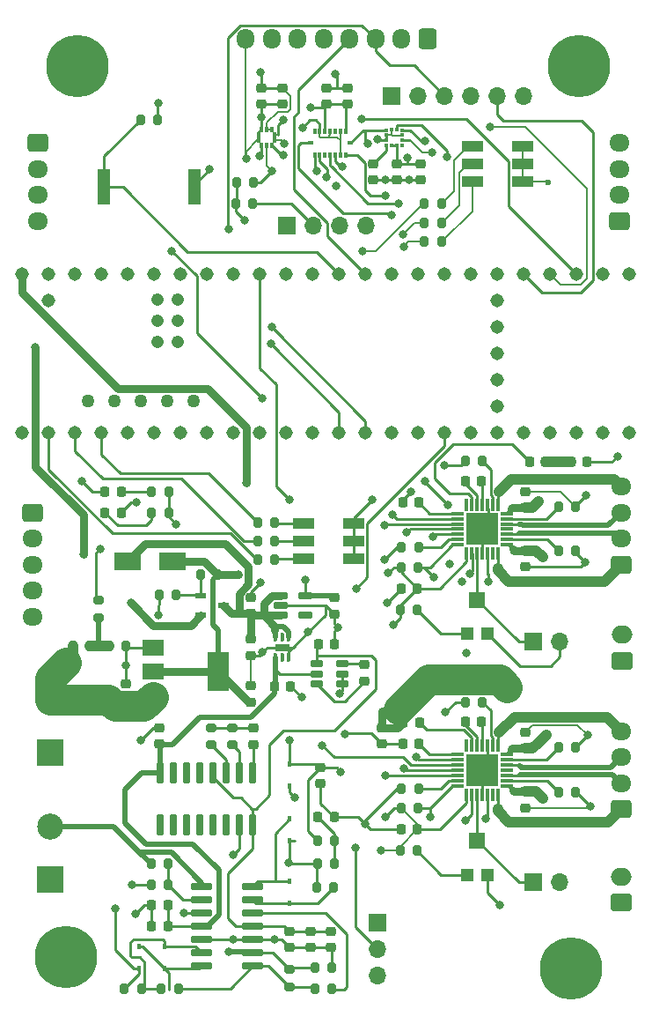
<source format=gbr>
%TF.GenerationSoftware,KiCad,Pcbnew,(6.0.5)*%
%TF.CreationDate,2022-06-08T15:49:38-06:00*%
%TF.ProjectId,main_board,6d61696e-5f62-46f6-9172-642e6b696361,rev?*%
%TF.SameCoordinates,Original*%
%TF.FileFunction,Copper,L1,Top*%
%TF.FilePolarity,Positive*%
%FSLAX46Y46*%
G04 Gerber Fmt 4.6, Leading zero omitted, Abs format (unit mm)*
G04 Created by KiCad (PCBNEW (6.0.5)) date 2022-06-08 15:49:38*
%MOMM*%
%LPD*%
G01*
G04 APERTURE LIST*
G04 Aperture macros list*
%AMRoundRect*
0 Rectangle with rounded corners*
0 $1 Rounding radius*
0 $2 $3 $4 $5 $6 $7 $8 $9 X,Y pos of 4 corners*
0 Add a 4 corners polygon primitive as box body*
4,1,4,$2,$3,$4,$5,$6,$7,$8,$9,$2,$3,0*
0 Add four circle primitives for the rounded corners*
1,1,$1+$1,$2,$3*
1,1,$1+$1,$4,$5*
1,1,$1+$1,$6,$7*
1,1,$1+$1,$8,$9*
0 Add four rect primitives between the rounded corners*
20,1,$1+$1,$2,$3,$4,$5,0*
20,1,$1+$1,$4,$5,$6,$7,0*
20,1,$1+$1,$6,$7,$8,$9,0*
20,1,$1+$1,$8,$9,$2,$3,0*%
G04 Aperture macros list end*
%TA.AperFunction,SMDPad,CuDef*%
%ADD10R,2.650000X1.750000*%
%TD*%
%TA.AperFunction,SMDPad,CuDef*%
%ADD11RoundRect,0.200000X-0.275000X0.200000X-0.275000X-0.200000X0.275000X-0.200000X0.275000X0.200000X0*%
%TD*%
%TA.AperFunction,SMDPad,CuDef*%
%ADD12RoundRect,0.225000X0.250000X-0.225000X0.250000X0.225000X-0.250000X0.225000X-0.250000X-0.225000X0*%
%TD*%
%TA.AperFunction,ComponentPad*%
%ADD13RoundRect,0.250000X0.725000X-0.600000X0.725000X0.600000X-0.725000X0.600000X-0.725000X-0.600000X0*%
%TD*%
%TA.AperFunction,ComponentPad*%
%ADD14O,1.950000X1.700000*%
%TD*%
%TA.AperFunction,SMDPad,CuDef*%
%ADD15RoundRect,0.225000X-0.250000X0.225000X-0.250000X-0.225000X0.250000X-0.225000X0.250000X0.225000X0*%
%TD*%
%TA.AperFunction,ComponentPad*%
%ADD16R,2.500000X2.500000*%
%TD*%
%TA.AperFunction,ComponentPad*%
%ADD17C,2.500000*%
%TD*%
%TA.AperFunction,SMDPad,CuDef*%
%ADD18RoundRect,0.200000X0.200000X0.275000X-0.200000X0.275000X-0.200000X-0.275000X0.200000X-0.275000X0*%
%TD*%
%TA.AperFunction,SMDPad,CuDef*%
%ADD19RoundRect,0.218750X-0.218750X-0.256250X0.218750X-0.256250X0.218750X0.256250X-0.218750X0.256250X0*%
%TD*%
%TA.AperFunction,SMDPad,CuDef*%
%ADD20RoundRect,0.090000X-0.520000X-0.210000X0.520000X-0.210000X0.520000X0.210000X-0.520000X0.210000X0*%
%TD*%
%TA.AperFunction,ComponentPad*%
%ADD21RoundRect,0.250000X-0.725000X0.600000X-0.725000X-0.600000X0.725000X-0.600000X0.725000X0.600000X0*%
%TD*%
%TA.AperFunction,SMDPad,CuDef*%
%ADD22R,0.450000X0.600000*%
%TD*%
%TA.AperFunction,SMDPad,CuDef*%
%ADD23RoundRect,0.008100X0.126900X-0.361900X0.126900X0.361900X-0.126900X0.361900X-0.126900X-0.361900X0*%
%TD*%
%TA.AperFunction,SMDPad,CuDef*%
%ADD24R,1.350000X0.650000*%
%TD*%
%TA.AperFunction,SMDPad,CuDef*%
%ADD25RoundRect,0.200000X-0.200000X-0.275000X0.200000X-0.275000X0.200000X0.275000X-0.200000X0.275000X0*%
%TD*%
%TA.AperFunction,ComponentPad*%
%ADD26C,6.000000*%
%TD*%
%TA.AperFunction,SMDPad,CuDef*%
%ADD27R,0.300000X1.150000*%
%TD*%
%TA.AperFunction,SMDPad,CuDef*%
%ADD28R,1.150000X0.300000*%
%TD*%
%TA.AperFunction,SMDPad,CuDef*%
%ADD29R,3.150000X3.150000*%
%TD*%
%TA.AperFunction,SMDPad,CuDef*%
%ADD30RoundRect,0.225000X0.225000X0.250000X-0.225000X0.250000X-0.225000X-0.250000X0.225000X-0.250000X0*%
%TD*%
%TA.AperFunction,SMDPad,CuDef*%
%ADD31RoundRect,0.007000X0.168000X-0.183000X0.168000X0.183000X-0.168000X0.183000X-0.168000X-0.183000X0*%
%TD*%
%TA.AperFunction,SMDPad,CuDef*%
%ADD32RoundRect,0.200000X0.275000X-0.200000X0.275000X0.200000X-0.275000X0.200000X-0.275000X-0.200000X0*%
%TD*%
%TA.AperFunction,SMDPad,CuDef*%
%ADD33RoundRect,0.225000X-0.225000X-0.250000X0.225000X-0.250000X0.225000X0.250000X-0.225000X0.250000X0*%
%TD*%
%TA.AperFunction,ComponentPad*%
%ADD34R,1.700000X1.700000*%
%TD*%
%TA.AperFunction,ComponentPad*%
%ADD35O,1.700000X1.700000*%
%TD*%
%TA.AperFunction,SMDPad,CuDef*%
%ADD36R,1.200000X1.200000*%
%TD*%
%TA.AperFunction,SMDPad,CuDef*%
%ADD37R,1.600000X1.500000*%
%TD*%
%TA.AperFunction,ComponentPad*%
%ADD38C,1.308000*%
%TD*%
%TA.AperFunction,ComponentPad*%
%ADD39C,1.258000*%
%TD*%
%TA.AperFunction,ComponentPad*%
%ADD40C,1.208000*%
%TD*%
%TA.AperFunction,ComponentPad*%
%ADD41RoundRect,0.250000X0.750000X-0.600000X0.750000X0.600000X-0.750000X0.600000X-0.750000X-0.600000X0*%
%TD*%
%TA.AperFunction,ComponentPad*%
%ADD42O,2.000000X1.700000*%
%TD*%
%TA.AperFunction,SMDPad,CuDef*%
%ADD43R,1.300000X3.400000*%
%TD*%
%TA.AperFunction,SMDPad,CuDef*%
%ADD44R,0.375000X0.350000*%
%TD*%
%TA.AperFunction,SMDPad,CuDef*%
%ADD45R,0.350000X0.375000*%
%TD*%
%TA.AperFunction,ComponentPad*%
%ADD46RoundRect,0.250000X0.600000X0.725000X-0.600000X0.725000X-0.600000X-0.725000X0.600000X-0.725000X0*%
%TD*%
%TA.AperFunction,ComponentPad*%
%ADD47O,1.700000X1.950000*%
%TD*%
%TA.AperFunction,SMDPad,CuDef*%
%ADD48R,0.350000X0.590000*%
%TD*%
%TA.AperFunction,SMDPad,CuDef*%
%ADD49R,0.590000X0.350000*%
%TD*%
%TA.AperFunction,SMDPad,CuDef*%
%ADD50R,2.000000X1.500000*%
%TD*%
%TA.AperFunction,SMDPad,CuDef*%
%ADD51R,2.000000X3.800000*%
%TD*%
%TA.AperFunction,SMDPad,CuDef*%
%ADD52RoundRect,0.060000X-0.615000X0.240000X-0.615000X-0.240000X0.615000X-0.240000X0.615000X0.240000X0*%
%TD*%
%TA.AperFunction,SMDPad,CuDef*%
%ADD53RoundRect,0.218750X0.218750X0.256250X-0.218750X0.256250X-0.218750X-0.256250X0.218750X-0.256250X0*%
%TD*%
%TA.AperFunction,SMDPad,CuDef*%
%ADD54RoundRect,0.042000X-0.943000X-0.258000X0.943000X-0.258000X0.943000X0.258000X-0.943000X0.258000X0*%
%TD*%
%TA.AperFunction,SMDPad,CuDef*%
%ADD55R,1.090000X0.610000*%
%TD*%
%TA.AperFunction,SMDPad,CuDef*%
%ADD56R,2.000000X1.100000*%
%TD*%
%TA.AperFunction,SMDPad,CuDef*%
%ADD57RoundRect,0.042000X0.258000X-0.943000X0.258000X0.943000X-0.258000X0.943000X-0.258000X-0.943000X0*%
%TD*%
%TA.AperFunction,ViaPad*%
%ADD58C,0.800000*%
%TD*%
%TA.AperFunction,ViaPad*%
%ADD59C,0.600000*%
%TD*%
%TA.AperFunction,Conductor*%
%ADD60C,0.250000*%
%TD*%
%TA.AperFunction,Conductor*%
%ADD61C,0.800000*%
%TD*%
%TA.AperFunction,Conductor*%
%ADD62C,0.200000*%
%TD*%
%TA.AperFunction,Conductor*%
%ADD63C,0.500000*%
%TD*%
%TA.AperFunction,Conductor*%
%ADD64C,1.000000*%
%TD*%
%TA.AperFunction,Conductor*%
%ADD65C,3.000000*%
%TD*%
G04 APERTURE END LIST*
D10*
%TO.P,D10,C,K*%
%TO.N,/Power/+5V_reg*%
X131250000Y-106190000D03*
%TO.P,D10,A,A*%
%TO.N,+5V*%
X135550000Y-106190000D03*
%TD*%
D11*
%TO.P,R7,1*%
%TO.N,Net-(C7-Pad1)*%
X141335000Y-122175000D03*
%TO.P,R7,2*%
%TO.N,Net-(R7-Pad2)*%
X141335000Y-123825000D03*
%TD*%
D12*
%TO.P,C6,1*%
%TO.N,+3V3*%
X146165000Y-62275000D03*
%TO.P,C6,2*%
%TO.N,GND*%
X146165000Y-60725000D03*
%TD*%
D13*
%TO.P,J7,1,Pin_1*%
%TO.N,/Stepper_b1/1B_b*%
X178750000Y-106500000D03*
D14*
%TO.P,J7,2,Pin_2*%
%TO.N,/Stepper_b1/1A_b*%
X178750000Y-104000000D03*
%TO.P,J7,3,Pin_3*%
%TO.N,/Stepper_b1/2A_b*%
X178750000Y-101500000D03*
%TO.P,J7,4,Pin_4*%
%TO.N,/Stepper_b1/2B_b*%
X178750000Y-99000000D03*
%TD*%
D15*
%TO.P,C41,1*%
%TO.N,+3V3*%
X157165000Y-67975000D03*
%TO.P,C41,2*%
%TO.N,GND*%
X157165000Y-69525000D03*
%TD*%
D16*
%TO.P,J4,1,Pin_1*%
%TO.N,GND*%
X123835000Y-124545000D03*
D17*
%TO.P,J4,2,Pin_2*%
%TO.N,/Stepper_b/VMM*%
X123835000Y-119465000D03*
%TD*%
D18*
%TO.P,R6,1*%
%TO.N,Net-(R5-Pad2)*%
X135160000Y-137250000D03*
%TO.P,R6,2*%
%TO.N,Net-(R6-Pad2)*%
X133510000Y-137250000D03*
%TD*%
D15*
%TO.P,C3,1*%
%TO.N,Net-(C3-Pad1)*%
X154915000Y-67975000D03*
%TO.P,C3,2*%
%TO.N,GND*%
X154915000Y-69525000D03*
%TD*%
D19*
%TO.P,D9,1,K*%
%TO.N,Net-(D9-Pad1)*%
X129085000Y-101500000D03*
%TO.P,D9,2,A*%
%TO.N,/LEDs/SIGNAL*%
X130660000Y-101500000D03*
%TD*%
D18*
%TO.P,R31,1*%
%TO.N,GND*%
X135197500Y-101500000D03*
%TO.P,R31,2*%
%TO.N,Net-(D9-Pad1)*%
X133547500Y-101500000D03*
%TD*%
D20*
%TO.P,U7,1,VOUT*%
%TO.N,/TDS/RST*%
X149455000Y-116050000D03*
%TO.P,U7,2,VIN*%
%TO.N,/Power/+3V0*%
X149455000Y-117000000D03*
%TO.P,U7,3,C1-*%
%TO.N,Net-(C16-Pad2)*%
X149455000Y-117950000D03*
%TO.P,U7,4,GND*%
%TO.N,GND*%
X151945000Y-117950000D03*
%TO.P,U7,5,SHDN*%
X151945000Y-117000000D03*
%TO.P,U7,6,C1+*%
%TO.N,Net-(C16-Pad1)*%
X151945000Y-116050000D03*
%TD*%
D18*
%TO.P,R38,1*%
%TO.N,Net-(D7-Pad4)*%
X161475000Y-71800000D03*
%TO.P,R38,2*%
%TO.N,/LEDs/B_b*%
X159825000Y-71800000D03*
%TD*%
D12*
%TO.P,C17,1*%
%TO.N,/Power/+5V_reg*%
X143135000Y-111225000D03*
%TO.P,C17,2*%
%TO.N,GND*%
X143135000Y-109675000D03*
%TD*%
D21*
%TO.P,J9,1,Pin_1*%
%TO.N,/SET*%
X122135000Y-101500000D03*
D14*
%TO.P,J9,2,Pin_2*%
%TO.N,/TX_RF*%
X122135000Y-104000000D03*
%TO.P,J9,3,Pin_3*%
%TO.N,/RX_RF*%
X122135000Y-106500000D03*
%TO.P,J9,4,Pin_4*%
%TO.N,GND*%
X122135000Y-109000000D03*
%TO.P,J9,5,Pin_5*%
%TO.N,+3V3*%
X122135000Y-111500000D03*
%TD*%
D15*
%TO.P,C29,1*%
%TO.N,/Stepper_b/VMM*%
X169500000Y-128325000D03*
%TO.P,C29,2*%
%TO.N,GND*%
X169500000Y-129875000D03*
%TD*%
D22*
%TO.P,D2,1,K*%
%TO.N,Net-(D2-Pad1)*%
X146835000Y-136950000D03*
%TO.P,D2,2,A*%
%TO.N,Net-(D2-Pad2)*%
X146835000Y-139050000D03*
%TD*%
D23*
%TO.P,U9,1,VOUT*%
%TO.N,/Power/+3V0*%
X145485000Y-115445000D03*
%TO.P,U9,2,NC*%
%TO.N,unconnected-(U9-Pad2)*%
X146135000Y-115445000D03*
%TO.P,U9,3,GND*%
%TO.N,GND*%
X146785000Y-115445000D03*
%TO.P,U9,4,EN*%
%TO.N,/Power/+5V_reg*%
X146785000Y-113455000D03*
%TO.P,U9,5,NC*%
%TO.N,unconnected-(U9-Pad5)*%
X146135000Y-113455000D03*
%TO.P,U9,6,VIN*%
%TO.N,/Power/+5V_reg*%
X145485000Y-113455000D03*
D24*
%TO.P,U9,7,EPGND*%
%TO.N,GND*%
X146135000Y-114450000D03*
%TD*%
D25*
%TO.P,R39,1*%
%TO.N,GND*%
X134260000Y-109450000D03*
%TO.P,R39,2*%
%TO.N,Net-(Q1-Pad1)*%
X135910000Y-109450000D03*
%TD*%
D15*
%TO.P,C19,1*%
%TO.N,+3V3*%
X151135000Y-109700000D03*
%TO.P,C19,2*%
%TO.N,GND*%
X151135000Y-111250000D03*
%TD*%
D26*
%TO.P,H4,1,1*%
%TO.N,GND*%
X126450000Y-58600000D03*
%TD*%
D22*
%TO.P,D5,1,K*%
%TO.N,/TDS*%
X146835000Y-125700000D03*
%TO.P,D5,2,A*%
%TO.N,GND*%
X146835000Y-127800000D03*
%TD*%
D25*
%TO.P,R33,1*%
%TO.N,/LEDs/R_a*%
X143760000Y-106000000D03*
%TO.P,R33,2*%
%TO.N,Net-(D6-Pad6)*%
X145410000Y-106000000D03*
%TD*%
D12*
%TO.P,C8,1*%
%TO.N,/Power/+3V0*%
X134335000Y-123750000D03*
%TO.P,C8,2*%
%TO.N,GND*%
X134335000Y-122200000D03*
%TD*%
D18*
%TO.P,R12,1*%
%TO.N,Net-(D2-Pad2)*%
X151085000Y-137500000D03*
%TO.P,R12,2*%
%TO.N,Net-(D3-Pad1)*%
X149435000Y-137500000D03*
%TD*%
%TO.P,R22,1*%
%TO.N,Net-(IC1-Pad2)*%
X165375000Y-119700000D03*
%TO.P,R22,2*%
%TO.N,GND*%
X163725000Y-119700000D03*
%TD*%
%TO.P,R40,1*%
%TO.N,+5V*%
X139910000Y-107500000D03*
%TO.P,R40,2*%
%TO.N,Net-(Q1-Pad1)*%
X138260000Y-107500000D03*
%TD*%
D27*
%TO.P,IC1,1,OUT2B*%
%TO.N,/Stepper_b/2B_b*%
X166885000Y-123900000D03*
%TO.P,IC1,2,~{ENABLE}*%
%TO.N,Net-(IC1-Pad2)*%
X166385000Y-123900000D03*
%TO.P,IC1,3,GND_1*%
%TO.N,GND*%
X165885000Y-123900000D03*
%TO.P,IC1,4,CP1*%
%TO.N,Net-(C28-Pad1)*%
X165385000Y-123900000D03*
%TO.P,IC1,5,CP2*%
%TO.N,Net-(C28-Pad2)*%
X164885000Y-123900000D03*
%TO.P,IC1,6,VCP*%
%TO.N,Net-(C31-Pad2)*%
X164385000Y-123900000D03*
%TO.P,IC1,7,NC_1*%
%TO.N,unconnected-(IC1-Pad7)*%
X163885000Y-123900000D03*
D28*
%TO.P,IC1,8,VREG*%
%TO.N,Net-(C30-Pad1)*%
X163035000Y-124750000D03*
%TO.P,IC1,9,MS1*%
%TO.N,/Stepper_b/MS1_b*%
X163035000Y-125250000D03*
%TO.P,IC1,10,MS2*%
%TO.N,/Stepper_b/MS2_b*%
X163035000Y-125750000D03*
%TO.P,IC1,11,MS3*%
%TO.N,/Stepper_b/MS3_b*%
X163035000Y-126250000D03*
%TO.P,IC1,12,~{RESET}*%
%TO.N,/Stepper_b/RST_b*%
X163035000Y-126750000D03*
%TO.P,IC1,13,ROSC*%
%TO.N,Net-(IC1-Pad13)*%
X163035000Y-127250000D03*
%TO.P,IC1,14,~{SLEEP}*%
%TO.N,/Stepper_b/SLP_b*%
X163035000Y-127750000D03*
D27*
%TO.P,IC1,15,VDD*%
%TO.N,+3V3*%
X163885000Y-128600000D03*
%TO.P,IC1,16,STEP*%
%TO.N,/Stepper_b/STEP_b*%
X164385000Y-128600000D03*
%TO.P,IC1,17,REF*%
%TO.N,/Stepper_b/REF*%
X164885000Y-128600000D03*
%TO.P,IC1,18,GND_2*%
%TO.N,GND*%
X165385000Y-128600000D03*
%TO.P,IC1,19,DIR*%
%TO.N,/Stepper_b/DIR_b*%
X165885000Y-128600000D03*
%TO.P,IC1,20,NC_2*%
%TO.N,unconnected-(IC1-Pad20)*%
X166385000Y-128600000D03*
%TO.P,IC1,21,OUT1B*%
%TO.N,/Stepper_b/1B_b*%
X166885000Y-128600000D03*
D28*
%TO.P,IC1,22,VBB1*%
%TO.N,/Stepper_b/VMM*%
X167735000Y-127750000D03*
%TO.P,IC1,23,SENSE1*%
%TO.N,Net-(IC1-Pad23)*%
X167735000Y-127250000D03*
%TO.P,IC1,24,OUT1A*%
%TO.N,/Stepper_b/1A_b*%
X167735000Y-126750000D03*
%TO.P,IC1,25,NC_3*%
%TO.N,unconnected-(IC1-Pad25)*%
X167735000Y-126250000D03*
%TO.P,IC1,26,OUT2A*%
%TO.N,/Stepper_b/2A_b*%
X167735000Y-125750000D03*
%TO.P,IC1,27,SENSE2*%
%TO.N,Net-(IC1-Pad27)*%
X167735000Y-125250000D03*
%TO.P,IC1,28,VBB2*%
%TO.N,/Stepper_b/VMM*%
X167735000Y-124750000D03*
D29*
%TO.P,IC1,29,EP*%
%TO.N,GND*%
X165385000Y-126250000D03*
%TD*%
D18*
%TO.P,R11,1*%
%TO.N,Net-(D1-Pad2)*%
X132585000Y-147250000D03*
%TO.P,R11,2*%
%TO.N,Net-(D3-Pad1)*%
X130935000Y-147250000D03*
%TD*%
D25*
%TO.P,R15,1*%
%TO.N,/Stepper_b/VMM*%
X125975000Y-114350000D03*
%TO.P,R15,2*%
%TO.N,Net-(R15-Pad2)*%
X127625000Y-114350000D03*
%TD*%
D18*
%TO.P,R37,1*%
%TO.N,Net-(D7-Pad5)*%
X161475000Y-73650000D03*
%TO.P,R37,2*%
%TO.N,/LEDs/G_b*%
X159825000Y-73650000D03*
%TD*%
D30*
%TO.P,C33,1*%
%TO.N,Net-(C33-Pad1)*%
X165325000Y-98450000D03*
%TO.P,C33,2*%
%TO.N,Net-(C33-Pad2)*%
X163775000Y-98450000D03*
%TD*%
D15*
%TO.P,C13,1*%
%TO.N,/TDS*%
X149835000Y-125975000D03*
%TO.P,C13,2*%
%TO.N,GND*%
X149835000Y-127525000D03*
%TD*%
D11*
%TO.P,R8,1*%
%TO.N,Net-(C7-Pad1)*%
X139335000Y-122175000D03*
%TO.P,R8,2*%
%TO.N,Net-(R8-Pad2)*%
X139335000Y-123825000D03*
%TD*%
D26*
%TO.P,H2,1,1*%
%TO.N,GND*%
X174650000Y-58650000D03*
%TD*%
D12*
%TO.P,C27,1*%
%TO.N,/Stepper_b/VMM*%
X169550000Y-124175000D03*
%TO.P,C27,2*%
%TO.N,GND*%
X169550000Y-122625000D03*
%TD*%
D15*
%TO.P,C26,1*%
%TO.N,/Stepper_b/VMM*%
X155750000Y-122175000D03*
%TO.P,C26,2*%
%TO.N,GND*%
X155750000Y-123725000D03*
%TD*%
D31*
%TO.P,U3,1,VDDIO*%
%TO.N,+3V3*%
X143900000Y-65250000D03*
%TO.P,U3,2,SCK*%
%TO.N,/SCL*%
X143900000Y-65750000D03*
%TO.P,U3,3,VSS*%
%TO.N,GND*%
X144165000Y-66265000D03*
%TO.P,U3,4,SDI*%
%TO.N,/SDA*%
X144665000Y-66265000D03*
%TO.P,U3,5,SDO*%
%TO.N,GND*%
X145165000Y-66265000D03*
%TO.P,U3,6,CSB*%
%TO.N,+3V3*%
X145430000Y-65750000D03*
%TO.P,U3,7,INT*%
%TO.N,/INT_BAR*%
X145430000Y-65250000D03*
%TO.P,U3,8,VSS*%
%TO.N,GND*%
X145165000Y-64735000D03*
%TO.P,U3,9,VSS*%
X144665000Y-64735000D03*
%TO.P,U3,10,VDD*%
%TO.N,+3V3*%
X144165000Y-64735000D03*
%TD*%
D18*
%TO.P,R41,1*%
%TO.N,GND*%
X135197500Y-99500000D03*
%TO.P,R41,2*%
%TO.N,Net-(D8-Pad1)*%
X133547500Y-99500000D03*
%TD*%
%TO.P,R9,1*%
%TO.N,Net-(R10-Pad1)*%
X136160000Y-147250000D03*
%TO.P,R9,2*%
%TO.N,Net-(D1-Pad2)*%
X134510000Y-147250000D03*
%TD*%
D32*
%TO.P,R17,1*%
%TO.N,Net-(R15-Pad2)*%
X128500000Y-111575000D03*
%TO.P,R17,2*%
%TO.N,/V_DIV*%
X128500000Y-109925000D03*
%TD*%
D25*
%TO.P,R27,1*%
%TO.N,+3V3*%
X157575000Y-106750000D03*
%TO.P,R27,2*%
%TO.N,/Stepper_b1/SLP_b*%
X159225000Y-106750000D03*
%TD*%
D33*
%TO.P,C20,1*%
%TO.N,/Stepper_b/VMM*%
X173925000Y-96650000D03*
%TO.P,C20,2*%
%TO.N,GND*%
X175475000Y-96650000D03*
%TD*%
D22*
%TO.P,D4,1,K*%
%TO.N,Net-(D3-Pad1)*%
X146835000Y-133050000D03*
%TO.P,D4,2,A*%
%TO.N,Net-(D2-Pad1)*%
X146835000Y-130950000D03*
%TD*%
%TO.P,D1,1,K*%
%TO.N,Net-(D1-Pad1)*%
X134835000Y-145300000D03*
%TO.P,D1,2,A*%
%TO.N,Net-(D1-Pad2)*%
X134835000Y-143200000D03*
%TD*%
D15*
%TO.P,C34,1*%
%TO.N,/Stepper_b/VMM*%
X169500000Y-105175000D03*
%TO.P,C34,2*%
%TO.N,GND*%
X169500000Y-106725000D03*
%TD*%
D21*
%TO.P,J10,1,Pin_1*%
%TO.N,GND*%
X122635000Y-66000000D03*
D14*
%TO.P,J10,2,Pin_2*%
%TO.N,/TX_GPS*%
X122635000Y-68500000D03*
%TO.P,J10,3,Pin_3*%
%TO.N,/RX_GPS*%
X122635000Y-71000000D03*
%TO.P,J10,4,Pin_4*%
%TO.N,+3V3*%
X122635000Y-73500000D03*
%TD*%
D11*
%TO.P,R4,1*%
%TO.N,Net-(J3-Pad1)*%
X146835000Y-145425000D03*
%TO.P,R4,2*%
%TO.N,Net-(R10-Pad1)*%
X146835000Y-147075000D03*
%TD*%
D25*
%TO.P,R24,1*%
%TO.N,Net-(IC1-Pad27)*%
X172725000Y-124100000D03*
%TO.P,R24,2*%
%TO.N,GND*%
X174375000Y-124100000D03*
%TD*%
D30*
%TO.P,C14,1*%
%TO.N,/Power/+3V0*%
X135110000Y-141250000D03*
%TO.P,C14,2*%
%TO.N,GND*%
X133560000Y-141250000D03*
%TD*%
D15*
%TO.P,C16,1*%
%TO.N,Net-(C16-Pad1)*%
X154070000Y-116135000D03*
%TO.P,C16,2*%
%TO.N,Net-(C16-Pad2)*%
X154070000Y-117685000D03*
%TD*%
D13*
%TO.P,J1,1,Pin_1*%
%TO.N,+3V3*%
X178585000Y-73500000D03*
D14*
%TO.P,J1,2,Pin_2*%
%TO.N,/SDA*%
X178585000Y-71000000D03*
%TO.P,J1,3,Pin_3*%
%TO.N,/SCL*%
X178585000Y-68500000D03*
%TO.P,J1,4,Pin_4*%
%TO.N,GND*%
X178585000Y-66000000D03*
%TD*%
D12*
%TO.P,C1,1*%
%TO.N,+3V3*%
X152415000Y-62275000D03*
%TO.P,C1,2*%
%TO.N,GND*%
X152415000Y-60725000D03*
%TD*%
%TO.P,C22,1*%
%TO.N,/Stepper_b/VMM*%
X131085000Y-119500000D03*
%TO.P,C22,2*%
%TO.N,GND*%
X131085000Y-117950000D03*
%TD*%
D34*
%TO.P,J15,1,Pin_1*%
%TO.N,GND*%
X155330000Y-140945000D03*
D35*
%TO.P,J15,2,Pin_2*%
%TO.N,/TDS*%
X155330000Y-143485000D03*
%TO.P,J15,3,Pin_3*%
%TO.N,+3V3*%
X155330000Y-146025000D03*
%TD*%
D36*
%TO.P,RV1,1,1*%
%TO.N,Net-(R19-Pad2)*%
X163900000Y-113150000D03*
D37*
%TO.P,RV1,2,2*%
%TO.N,/Stepper_b1/REF*%
X164900000Y-109900000D03*
D36*
%TO.P,RV1,3,3*%
%TO.N,GND*%
X165900000Y-113150000D03*
%TD*%
D38*
%TO.P,U4,0,RX1*%
%TO.N,/LEDs/R_a*%
X123665000Y-93870000D03*
%TO.P,U4,1,TX1*%
%TO.N,/LEDs/G_a*%
X126205000Y-93870000D03*
%TO.P,U4,2,OUT2*%
%TO.N,/LEDs/B_a*%
X128745000Y-93870000D03*
%TO.P,U4,3,LRCLK2*%
%TO.N,/RX_RF*%
X131285000Y-93870000D03*
%TO.P,U4,3.3V_1,3.3V*%
%TO.N,unconnected-(U4-Pad3.3V_1)*%
X156685000Y-93870000D03*
%TO.P,U4,3.3V_2,3.3V*%
%TO.N,unconnected-(U4-Pad3.3V_2)*%
X126205000Y-78630000D03*
%TO.P,U4,3.3V_3,3.3V*%
%TO.N,unconnected-(U4-Pad3.3V_3)*%
X166845000Y-88790000D03*
%TO.P,U4,4,BCLK2*%
%TO.N,/TX_RF*%
X133825000Y-93870000D03*
%TO.P,U4,5,IN2*%
%TO.N,/LEDs/SIGNAL*%
X136365000Y-93870000D03*
D39*
%TO.P,U4,5V,5V*%
%TO.N,unconnected-(U4-Pad5V)*%
X127475000Y-90820000D03*
D38*
%TO.P,U4,6,OUT1D*%
%TO.N,/SET*%
X138905000Y-93870000D03*
%TO.P,U4,7,RX2*%
%TO.N,/Stepper_b/MS2_b*%
X141445000Y-93870000D03*
%TO.P,U4,8,TX2*%
%TO.N,/Stepper_b/MS3_b*%
X143985000Y-93870000D03*
%TO.P,U4,9,OUT1C*%
%TO.N,/Stepper_b/MS1_b*%
X146525000Y-93870000D03*
%TO.P,U4,10,CS1*%
%TO.N,/CS_VD*%
X149065000Y-93870000D03*
%TO.P,U4,11,MOSI*%
%TO.N,/MOSI*%
X151605000Y-93870000D03*
%TO.P,U4,12,MISO*%
%TO.N,/MISO*%
X154145000Y-93870000D03*
%TO.P,U4,13,SCK*%
%TO.N,/SCK*%
X154145000Y-78630000D03*
%TO.P,U4,14,A0*%
%TO.N,/Teensy41/BUZZER*%
X151605000Y-78630000D03*
%TO.P,U4,15,A1*%
%TO.N,/LEDs/B_b*%
X149065000Y-78630000D03*
%TO.P,U4,16,A2*%
%TO.N,/V_DIV*%
X146525000Y-78630000D03*
%TO.P,U4,17,A3*%
%TO.N,/TDS*%
X143985000Y-78630000D03*
%TO.P,U4,18,A4*%
%TO.N,/SDA*%
X141445000Y-78630000D03*
%TO.P,U4,19,A5*%
%TO.N,/SCL*%
X138905000Y-78630000D03*
%TO.P,U4,20,A6*%
%TO.N,/TX_GPS*%
X136365000Y-78630000D03*
%TO.P,U4,21,A7*%
%TO.N,/RX_GPS*%
X133825000Y-78630000D03*
%TO.P,U4,22,A8*%
%TO.N,/LEDs/R_b*%
X131285000Y-78630000D03*
%TO.P,U4,23,A9*%
%TO.N,/LEDs/G_b*%
X128745000Y-78630000D03*
%TO.P,U4,24,A10*%
%TO.N,/Stepper_b/DIR_b*%
X159225000Y-93870000D03*
%TO.P,U4,25,A11*%
%TO.N,/Stepper_b/STEP_b*%
X161765000Y-93870000D03*
%TO.P,U4,26,A12*%
%TO.N,/Stepper_b/SLP_b*%
X164305000Y-93870000D03*
%TO.P,U4,27,A13*%
%TO.N,/Stepper_b/RST_b*%
X166845000Y-93870000D03*
%TO.P,U4,28,RX7*%
%TO.N,/Stepper_b1/MS1_b*%
X169385000Y-93870000D03*
%TO.P,U4,29,TX7*%
%TO.N,/Stepper_b1/MS2_b*%
X171925000Y-93870000D03*
%TO.P,U4,30,CRX3*%
%TO.N,/Stepper_b1/MS3_b*%
X174465000Y-93870000D03*
%TO.P,U4,31,CTX3*%
%TO.N,/Teensy41/Limit_p*%
X177005000Y-93870000D03*
%TO.P,U4,32,OUT1B*%
%TO.N,/Teensy41/Limit_b*%
X179545000Y-93870000D03*
%TO.P,U4,33,MCLK2*%
%TO.N,/INT_GYR*%
X179545000Y-78630000D03*
%TO.P,U4,34,RX8*%
%TO.N,/INT_ACC*%
X177005000Y-78630000D03*
%TO.P,U4,35,TX8*%
%TO.N,/INT_BAR*%
X174465000Y-78630000D03*
%TO.P,U4,36,CS2*%
%TO.N,/INT_MAG*%
X171925000Y-78630000D03*
%TO.P,U4,37,CS3*%
%TO.N,/CS*%
X169385000Y-78630000D03*
%TO.P,U4,38,A14*%
%TO.N,/Stepper_b1/DIR_b*%
X166845000Y-78630000D03*
%TO.P,U4,39,A15*%
%TO.N,/Stepper_b1/STEP_b*%
X164305000Y-78630000D03*
%TO.P,U4,40,A16*%
%TO.N,/Stepper_b1/RST_b*%
X161765000Y-78630000D03*
%TO.P,U4,41,A17*%
%TO.N,/Stepper_b1/SLP_b*%
X159225000Y-78630000D03*
D39*
%TO.P,U4,D+,D+*%
%TO.N,unconnected-(U4-PadD+)*%
X132555000Y-90820000D03*
%TO.P,U4,D-,D-*%
%TO.N,unconnected-(U4-PadD-)*%
X130015000Y-90820000D03*
D38*
%TO.P,U4,GND1,GND*%
%TO.N,GND*%
X121125000Y-93870000D03*
%TO.P,U4,GND2,GND*%
X156685000Y-78630000D03*
%TO.P,U4,GND3,GND*%
X123665000Y-78630000D03*
%TO.P,U4,GND4,GND*%
X166845000Y-86250000D03*
D40*
%TO.P,U4,GND5,GND*%
X136095000Y-83080000D03*
%TO.P,U4,LED,LED*%
%TO.N,unconnected-(U4-PadLED)*%
X134095000Y-83080000D03*
D38*
%TO.P,U4,ON/OFF,ON/OFF*%
%TO.N,unconnected-(U4-PadON/OFF)*%
X166845000Y-81170000D03*
%TO.P,U4,PROGRAM,PROGRAM*%
%TO.N,unconnected-(U4-PadPROGRAM)*%
X166845000Y-83710000D03*
D40*
%TO.P,U4,R+,R+*%
%TO.N,unconnected-(U4-PadR+)*%
X134095000Y-81080000D03*
%TO.P,U4,R-,R-*%
%TO.N,unconnected-(U4-PadR-)*%
X136095000Y-81080000D03*
%TO.P,U4,T+,T+*%
%TO.N,unconnected-(U4-PadT+)*%
X136095000Y-85080000D03*
%TO.P,U4,T-,T-*%
%TO.N,unconnected-(U4-PadT-)*%
X134095000Y-85080000D03*
D39*
%TO.P,U4,USB_GND1,USB_GND*%
%TO.N,GND*%
X135095000Y-90820000D03*
%TO.P,U4,USB_GND2,USB_GND*%
X137635000Y-90820000D03*
D38*
%TO.P,U4,VBAT,VBAT*%
%TO.N,unconnected-(U4-PadVBAT)*%
X166845000Y-91330000D03*
%TO.P,U4,VIN,VIN*%
%TO.N,+5V*%
X121125000Y-78630000D03*
%TO.P,U4,VUSB,VUSB*%
%TO.N,VBUS*%
X123665000Y-81170000D03*
%TD*%
D27*
%TO.P,IC2,1,OUT2B*%
%TO.N,/Stepper_b1/2B_b*%
X166885000Y-100750000D03*
%TO.P,IC2,2,~{ENABLE}*%
%TO.N,Net-(IC2-Pad2)*%
X166385000Y-100750000D03*
%TO.P,IC2,3,GND_1*%
%TO.N,GND*%
X165885000Y-100750000D03*
%TO.P,IC2,4,CP1*%
%TO.N,Net-(C33-Pad1)*%
X165385000Y-100750000D03*
%TO.P,IC2,5,CP2*%
%TO.N,Net-(C33-Pad2)*%
X164885000Y-100750000D03*
%TO.P,IC2,6,VCP*%
%TO.N,Net-(C36-Pad2)*%
X164385000Y-100750000D03*
%TO.P,IC2,7,NC_1*%
%TO.N,unconnected-(IC2-Pad7)*%
X163885000Y-100750000D03*
D28*
%TO.P,IC2,8,VREG*%
%TO.N,Net-(C35-Pad1)*%
X163035000Y-101600000D03*
%TO.P,IC2,9,MS1*%
%TO.N,/Stepper_b1/MS1_b*%
X163035000Y-102100000D03*
%TO.P,IC2,10,MS2*%
%TO.N,/Stepper_b1/MS2_b*%
X163035000Y-102600000D03*
%TO.P,IC2,11,MS3*%
%TO.N,/Stepper_b1/MS3_b*%
X163035000Y-103100000D03*
%TO.P,IC2,12,~{RESET}*%
%TO.N,/Stepper_b1/RST_b*%
X163035000Y-103600000D03*
%TO.P,IC2,13,ROSC*%
%TO.N,Net-(IC2-Pad13)*%
X163035000Y-104100000D03*
%TO.P,IC2,14,~{SLEEP}*%
%TO.N,/Stepper_b1/SLP_b*%
X163035000Y-104600000D03*
D27*
%TO.P,IC2,15,VDD*%
%TO.N,+3V3*%
X163885000Y-105450000D03*
%TO.P,IC2,16,STEP*%
%TO.N,/Stepper_b1/STEP_b*%
X164385000Y-105450000D03*
%TO.P,IC2,17,REF*%
%TO.N,/Stepper_b1/REF*%
X164885000Y-105450000D03*
%TO.P,IC2,18,GND_2*%
%TO.N,GND*%
X165385000Y-105450000D03*
%TO.P,IC2,19,DIR*%
%TO.N,/Stepper_b1/DIR_b*%
X165885000Y-105450000D03*
%TO.P,IC2,20,NC_2*%
%TO.N,unconnected-(IC2-Pad20)*%
X166385000Y-105450000D03*
%TO.P,IC2,21,OUT1B*%
%TO.N,/Stepper_b1/1B_b*%
X166885000Y-105450000D03*
D28*
%TO.P,IC2,22,VBB1*%
%TO.N,/Stepper_b/VMM*%
X167735000Y-104600000D03*
%TO.P,IC2,23,SENSE1*%
%TO.N,Net-(IC2-Pad23)*%
X167735000Y-104100000D03*
%TO.P,IC2,24,OUT1A*%
%TO.N,/Stepper_b1/1A_b*%
X167735000Y-103600000D03*
%TO.P,IC2,25,NC_3*%
%TO.N,unconnected-(IC2-Pad25)*%
X167735000Y-103100000D03*
%TO.P,IC2,26,OUT2A*%
%TO.N,/Stepper_b1/2A_b*%
X167735000Y-102600000D03*
%TO.P,IC2,27,SENSE2*%
%TO.N,Net-(IC2-Pad27)*%
X167735000Y-102100000D03*
%TO.P,IC2,28,VBB2*%
%TO.N,/Stepper_b/VMM*%
X167735000Y-101600000D03*
D29*
%TO.P,IC2,29,EP*%
%TO.N,GND*%
X165385000Y-103100000D03*
%TD*%
D34*
%TO.P,J8,1,Pin_1*%
%TO.N,+3V3*%
X156650000Y-61450000D03*
D35*
%TO.P,J8,2,Pin_2*%
%TO.N,/MOSI*%
X159190000Y-61450000D03*
%TO.P,J8,3,Pin_3*%
%TO.N,/MISO*%
X161730000Y-61450000D03*
%TO.P,J8,4,Pin_4*%
%TO.N,/SCK*%
X164270000Y-61450000D03*
%TO.P,J8,5,Pin_5*%
%TO.N,/CS*%
X166810000Y-61450000D03*
%TO.P,J8,6,Pin_6*%
%TO.N,GND*%
X169350000Y-61450000D03*
%TD*%
D41*
%TO.P,J11,1,Pin_1*%
%TO.N,/Teensy41/Limit_b*%
X178785000Y-139000000D03*
D42*
%TO.P,J11,2,Pin_2*%
%TO.N,GND*%
X178785000Y-136500000D03*
%TD*%
D25*
%TO.P,R5,1*%
%TO.N,Net-(J3-Pad2)*%
X133510000Y-135250000D03*
%TO.P,R5,2*%
%TO.N,Net-(R5-Pad2)*%
X135160000Y-135250000D03*
%TD*%
D43*
%TO.P,BZ1,1,-*%
%TO.N,/Teensy41/BUZZER*%
X128985000Y-70250000D03*
%TO.P,BZ1,2,+*%
%TO.N,GND*%
X137685000Y-70250000D03*
%TD*%
D12*
%TO.P,C5,1*%
%TO.N,+3V3*%
X144165000Y-62275000D03*
%TO.P,C5,2*%
%TO.N,GND*%
X144165000Y-60725000D03*
%TD*%
D15*
%TO.P,C21,1*%
%TO.N,/Power/+5V_reg*%
X143135000Y-113675000D03*
%TO.P,C21,2*%
%TO.N,GND*%
X143135000Y-115225000D03*
%TD*%
D25*
%TO.P,R23,1*%
%TO.N,+3V3*%
X157575000Y-129900000D03*
%TO.P,R23,2*%
%TO.N,/Stepper_b/SLP_b*%
X159225000Y-129900000D03*
%TD*%
%TO.P,R28,1*%
%TO.N,Net-(IC2-Pad27)*%
X172725000Y-100950000D03*
%TO.P,R28,2*%
%TO.N,GND*%
X174375000Y-100950000D03*
%TD*%
D44*
%TO.P,U2,1,SCL/SPC*%
%TO.N,/SCL*%
X156152500Y-64750000D03*
%TO.P,U2,2,RSVD1*%
%TO.N,GND*%
X156152500Y-65250000D03*
%TO.P,U2,3,GND*%
X156152500Y-65750000D03*
%TO.P,U2,4,C1*%
%TO.N,Net-(C3-Pad1)*%
X156152500Y-66250000D03*
D45*
%TO.P,U2,5,VDD*%
%TO.N,+3V3*%
X156665000Y-66262500D03*
%TO.P,U2,6,VDD_IO*%
X157165000Y-66262500D03*
D44*
%TO.P,U2,7,INT*%
%TO.N,unconnected-(U2-Pad7)*%
X157677500Y-66250000D03*
%TO.P,U2,8,DRDY*%
%TO.N,/INT_MAG*%
X157677500Y-65750000D03*
%TO.P,U2,9,SDO/SA1*%
%TO.N,GND*%
X157677500Y-65250000D03*
%TO.P,U2,10,CS*%
%TO.N,+3V3*%
X157677500Y-64750000D03*
D45*
%TO.P,U2,11,SDA/SDI/SDO*%
%TO.N,/SDA*%
X157165000Y-64737500D03*
%TO.P,U2,12,RSVD2*%
%TO.N,GND*%
X156665000Y-64737500D03*
%TD*%
D25*
%TO.P,R10,1*%
%TO.N,Net-(R10-Pad1)*%
X149260000Y-147250000D03*
%TO.P,R10,2*%
%TO.N,Net-(R10-Pad2)*%
X150910000Y-147250000D03*
%TD*%
D30*
%TO.P,C36,1*%
%TO.N,/Stepper_b/VMM*%
X171475000Y-96650000D03*
%TO.P,C36,2*%
%TO.N,Net-(C36-Pad2)*%
X169925000Y-96650000D03*
%TD*%
%TO.P,C32,1*%
%TO.N,+3V3*%
X159125000Y-131950000D03*
%TO.P,C32,2*%
%TO.N,GND*%
X157575000Y-131950000D03*
%TD*%
D33*
%TO.P,C10,1*%
%TO.N,Net-(C10-Pad1)*%
X149560000Y-130750000D03*
%TO.P,C10,2*%
%TO.N,GND*%
X151110000Y-130750000D03*
%TD*%
D18*
%TO.P,R35,1*%
%TO.N,Net-(D6-Pad4)*%
X145410000Y-102500000D03*
%TO.P,R35,2*%
%TO.N,/LEDs/B_a*%
X143760000Y-102500000D03*
%TD*%
D46*
%TO.P,J5,1,Pin_1*%
%TO.N,/CS_VD*%
X160100000Y-56000000D03*
D47*
%TO.P,J5,2,Pin_2*%
%TO.N,/MOSI*%
X157600000Y-56000000D03*
%TO.P,J5,3,Pin_3*%
%TO.N,/MISO*%
X155100000Y-56000000D03*
%TO.P,J5,4,Pin_4*%
%TO.N,/SCK*%
X152600000Y-56000000D03*
%TO.P,J5,5,Pin_5*%
%TO.N,GND*%
X150100000Y-56000000D03*
%TO.P,J5,6,Pin_6*%
%TO.N,+3V3*%
X147600000Y-56000000D03*
%TO.P,J5,7,Pin_7*%
%TO.N,/SDA*%
X145100000Y-56000000D03*
%TO.P,J5,8,Pin_8*%
%TO.N,/SCL*%
X142600000Y-56000000D03*
%TD*%
D16*
%TO.P,J3,1,Pin_1*%
%TO.N,Net-(J3-Pad1)*%
X123835000Y-136750000D03*
D17*
%TO.P,J3,2,Pin_2*%
%TO.N,Net-(J3-Pad2)*%
X123835000Y-131670000D03*
%TD*%
D15*
%TO.P,C7,1*%
%TO.N,Net-(C7-Pad1)*%
X143335000Y-122225000D03*
%TO.P,C7,2*%
%TO.N,Net-(C7-Pad2)*%
X143335000Y-123775000D03*
%TD*%
D30*
%TO.P,C11,1*%
%TO.N,/Power/+3V0*%
X135110000Y-139250000D03*
%TO.P,C11,2*%
%TO.N,GND*%
X133560000Y-139250000D03*
%TD*%
D22*
%TO.P,D3,1,K*%
%TO.N,Net-(D3-Pad1)*%
X132335000Y-145300000D03*
%TO.P,D3,2,A*%
%TO.N,Net-(D1-Pad1)*%
X132335000Y-143200000D03*
%TD*%
D30*
%TO.P,C30,1*%
%TO.N,Net-(C30-Pad1)*%
X159275000Y-123700000D03*
%TO.P,C30,2*%
%TO.N,GND*%
X157725000Y-123700000D03*
%TD*%
D34*
%TO.P,J2,1,Pin_1*%
%TO.N,GND*%
X146570000Y-73950000D03*
D35*
%TO.P,J2,2,Pin_2*%
%TO.N,/SCL*%
X149110000Y-73950000D03*
%TO.P,J2,3,Pin_3*%
%TO.N,/SDA*%
X151650000Y-73950000D03*
%TO.P,J2,4,Pin_4*%
%TO.N,+3V3*%
X154190000Y-73950000D03*
%TD*%
D25*
%TO.P,R29,1*%
%TO.N,Net-(IC2-Pad23)*%
X172725000Y-105200000D03*
%TO.P,R29,2*%
%TO.N,GND*%
X174375000Y-105200000D03*
%TD*%
%TO.P,R19,1*%
%TO.N,+3V3*%
X157475000Y-110850000D03*
%TO.P,R19,2*%
%TO.N,Net-(R19-Pad2)*%
X159125000Y-110850000D03*
%TD*%
D30*
%TO.P,C28,1*%
%TO.N,Net-(C28-Pad1)*%
X165325000Y-121600000D03*
%TO.P,C28,2*%
%TO.N,Net-(C28-Pad2)*%
X163775000Y-121600000D03*
%TD*%
D25*
%TO.P,R2,1*%
%TO.N,+3V3*%
X141640000Y-71800000D03*
%TO.P,R2,2*%
%TO.N,/SCL*%
X143290000Y-71800000D03*
%TD*%
%TO.P,R25,1*%
%TO.N,Net-(IC1-Pad23)*%
X172725000Y-128350000D03*
%TO.P,R25,2*%
%TO.N,GND*%
X174375000Y-128350000D03*
%TD*%
%TO.P,R36,1*%
%TO.N,/LEDs/R_b*%
X159825000Y-75500000D03*
%TO.P,R36,2*%
%TO.N,Net-(D7-Pad6)*%
X161475000Y-75500000D03*
%TD*%
D48*
%TO.P,U1,1,INT2*%
%TO.N,unconnected-(U1-Pad1)*%
X149250000Y-64835000D03*
%TO.P,U1,2,NC*%
%TO.N,GND*%
X149750000Y-64835000D03*
%TO.P,U1,3,VDD*%
%TO.N,+3V3*%
X150250000Y-64835000D03*
%TO.P,U1,4,GND*%
%TO.N,GND*%
X150750000Y-64835000D03*
%TO.P,U1,5,CSB2*%
%TO.N,unconnected-(U1-Pad5)*%
X151250000Y-64835000D03*
%TO.P,U1,6,GNDIO*%
%TO.N,GND*%
X151750000Y-64835000D03*
%TO.P,U1,7,PS*%
%TO.N,+3V3*%
X152250000Y-64835000D03*
D49*
%TO.P,U1,8,SCK*%
%TO.N,/SCL*%
X152665000Y-66000000D03*
D48*
%TO.P,U1,9,SDI*%
%TO.N,/SDA*%
X152250000Y-67165000D03*
%TO.P,U1,10,SDO2*%
%TO.N,GND*%
X151750000Y-67165000D03*
%TO.P,U1,11,VDDIO*%
%TO.N,+3V3*%
X151250000Y-67165000D03*
%TO.P,U1,12,INT3*%
%TO.N,/INT_GYR*%
X150750000Y-67165000D03*
%TO.P,U1,13,INT4*%
%TO.N,unconnected-(U1-Pad13)*%
X150250000Y-67165000D03*
%TO.P,U1,14,CSB1*%
%TO.N,+3V3*%
X149750000Y-67165000D03*
%TO.P,U1,15,SDO1*%
%TO.N,GND*%
X149250000Y-67165000D03*
D49*
%TO.P,U1,16,INT1*%
%TO.N,/INT_ACC*%
X148835000Y-66000000D03*
%TD*%
D25*
%TO.P,R3,1*%
%TO.N,+3V3*%
X141725000Y-69800000D03*
%TO.P,R3,2*%
%TO.N,/SDA*%
X143375000Y-69800000D03*
%TD*%
%TO.P,R1,1*%
%TO.N,Net-(J3-Pad1)*%
X149260000Y-145250000D03*
%TO.P,R1,2*%
%TO.N,GND*%
X150910000Y-145250000D03*
%TD*%
D12*
%TO.P,C23,1*%
%TO.N,+5V*%
X143135000Y-119700000D03*
%TO.P,C23,2*%
%TO.N,GND*%
X143135000Y-118150000D03*
%TD*%
D26*
%TO.P,H1,1,1*%
%TO.N,GND*%
X125300000Y-144250000D03*
%TD*%
D50*
%TO.P,U10,1,GND*%
%TO.N,GND*%
X133685000Y-114450000D03*
%TO.P,U10,2,VOUT*%
%TO.N,+5V*%
X133685000Y-116750000D03*
%TO.P,U10,3,VIN*%
%TO.N,/Stepper_b/VMM*%
X133685000Y-119050000D03*
D51*
%TO.P,U10,4,VOUT*%
%TO.N,+5V*%
X139985000Y-116750000D03*
%TD*%
D25*
%TO.P,R21,1*%
%TO.N,GND*%
X157625000Y-128000000D03*
%TO.P,R21,2*%
%TO.N,Net-(IC1-Pad13)*%
X159275000Y-128000000D03*
%TD*%
%TO.P,R20,1*%
%TO.N,GND*%
X157625000Y-104850000D03*
%TO.P,R20,2*%
%TO.N,Net-(IC2-Pad13)*%
X159275000Y-104850000D03*
%TD*%
%TO.P,R30,1*%
%TO.N,+3V3*%
X157475000Y-134000000D03*
%TO.P,R30,2*%
%TO.N,Net-(R30-Pad2)*%
X159125000Y-134000000D03*
%TD*%
D52*
%TO.P,U8,1,VIN*%
%TO.N,/Power/+5V_reg*%
X145950000Y-109500000D03*
%TO.P,U8,2,GND*%
%TO.N,GND*%
X145950000Y-110450000D03*
%TO.P,U8,3,EN*%
%TO.N,/Power/+5V_reg*%
X145950000Y-111400000D03*
%TO.P,U8,4,NC*%
%TO.N,unconnected-(U8-Pad4)*%
X148320000Y-111400000D03*
%TO.P,U8,5,VOUT*%
%TO.N,+3V3*%
X148320000Y-109500000D03*
%TD*%
D53*
%TO.P,D8,1,K*%
%TO.N,Net-(D8-Pad1)*%
X130660000Y-99500000D03*
%TO.P,D8,2,A*%
%TO.N,+3V3*%
X129085000Y-99500000D03*
%TD*%
D33*
%TO.P,C24,1*%
%TO.N,/Power/+3V0*%
X145360000Y-118200000D03*
%TO.P,C24,2*%
%TO.N,GND*%
X146910000Y-118200000D03*
%TD*%
D15*
%TO.P,C15,1*%
%TO.N,/TDS/RST*%
X148835000Y-141725000D03*
%TO.P,C15,2*%
%TO.N,GND*%
X148835000Y-143275000D03*
%TD*%
D26*
%TO.P,H3,1,1*%
%TO.N,GND*%
X173950000Y-145300000D03*
%TD*%
D30*
%TO.P,C35,1*%
%TO.N,Net-(C35-Pad1)*%
X159275000Y-100550000D03*
%TO.P,C35,2*%
%TO.N,GND*%
X157725000Y-100550000D03*
%TD*%
D25*
%TO.P,R13,1*%
%TO.N,Net-(D3-Pad1)*%
X149510000Y-135250000D03*
%TO.P,R13,2*%
%TO.N,Net-(C10-Pad1)*%
X151160000Y-135250000D03*
%TD*%
D54*
%TO.P,U5,1*%
%TO.N,Net-(J3-Pad2)*%
X138360000Y-137440000D03*
%TO.P,U5,2,-*%
%TO.N,Net-(R5-Pad2)*%
X138360000Y-138710000D03*
%TO.P,U5,3,+*%
%TO.N,GND*%
X138360000Y-139980000D03*
%TO.P,U5,4,V+*%
%TO.N,/Power/+3V0*%
X138360000Y-141250000D03*
%TO.P,U5,5,+*%
%TO.N,GND*%
X138360000Y-142520000D03*
%TO.P,U5,6,-*%
%TO.N,Net-(D1-Pad2)*%
X138360000Y-143790000D03*
%TO.P,U5,7*%
%TO.N,Net-(D1-Pad1)*%
X138360000Y-145060000D03*
%TO.P,U5,8*%
%TO.N,Net-(R10-Pad1)*%
X143310000Y-145060000D03*
%TO.P,U5,9,-*%
%TO.N,Net-(J3-Pad1)*%
X143310000Y-143790000D03*
%TO.P,U5,10,+*%
%TO.N,GND*%
X143310000Y-142520000D03*
%TO.P,U5,11,V-*%
%TO.N,/TDS/RST*%
X143310000Y-141250000D03*
%TO.P,U5,12,+*%
%TO.N,Net-(R10-Pad2)*%
X143310000Y-139980000D03*
%TO.P,U5,13,-*%
%TO.N,Net-(D2-Pad2)*%
X143310000Y-138710000D03*
%TO.P,U5,14*%
%TO.N,Net-(D2-Pad1)*%
X143310000Y-137440000D03*
%TD*%
D12*
%TO.P,C2,1*%
%TO.N,+3V3*%
X150415000Y-62275000D03*
%TO.P,C2,2*%
%TO.N,GND*%
X150415000Y-60725000D03*
%TD*%
D34*
%TO.P,J13,1,Pin_1*%
%TO.N,/Stepper_b1/REF*%
X170325000Y-113900000D03*
D35*
%TO.P,J13,2,Pin_2*%
%TO.N,GND*%
X172865000Y-113900000D03*
%TD*%
D18*
%TO.P,R26,1*%
%TO.N,Net-(IC2-Pad2)*%
X165375000Y-96550000D03*
%TO.P,R26,2*%
%TO.N,GND*%
X163725000Y-96550000D03*
%TD*%
D15*
%TO.P,C4,1*%
%TO.N,+3V3*%
X159415000Y-67975000D03*
%TO.P,C4,2*%
%TO.N,GND*%
X159415000Y-69525000D03*
%TD*%
D33*
%TO.P,C31,1*%
%TO.N,/Stepper_b/VMM*%
X157775000Y-121650000D03*
%TO.P,C31,2*%
%TO.N,Net-(C31-Pad2)*%
X159325000Y-121650000D03*
%TD*%
D41*
%TO.P,J12,1,Pin_1*%
%TO.N,/Teensy41/Limit_p*%
X178835000Y-115750000D03*
D42*
%TO.P,J12,2,Pin_2*%
%TO.N,GND*%
X178835000Y-113250000D03*
%TD*%
D55*
%TO.P,Q1,1*%
%TO.N,Net-(Q1-Pad1)*%
X138315000Y-109535000D03*
%TO.P,Q1,2*%
%TO.N,VBUS*%
X138315000Y-111365000D03*
%TO.P,Q1,3*%
%TO.N,/Power/+5V_reg*%
X140455000Y-110450000D03*
%TD*%
D15*
%TO.P,C12,1*%
%TO.N,/TDS/RST*%
X146835000Y-141725000D03*
%TO.P,C12,2*%
%TO.N,GND*%
X146835000Y-143275000D03*
%TD*%
D25*
%TO.P,R16,1*%
%TO.N,Net-(R15-Pad2)*%
X129475000Y-114350000D03*
%TO.P,R16,2*%
%TO.N,GND*%
X131125000Y-114350000D03*
%TD*%
D36*
%TO.P,RV2,1,1*%
%TO.N,Net-(R30-Pad2)*%
X163900000Y-136300000D03*
D37*
%TO.P,RV2,2,2*%
%TO.N,/Stepper_b/REF*%
X164900000Y-133050000D03*
D36*
%TO.P,RV2,3,3*%
%TO.N,GND*%
X165900000Y-136300000D03*
%TD*%
D25*
%TO.P,R18,1*%
%TO.N,/Teensy41/BUZZER*%
X132510000Y-63750000D03*
%TO.P,R18,2*%
%TO.N,GND*%
X134160000Y-63750000D03*
%TD*%
D30*
%TO.P,C37,1*%
%TO.N,+3V3*%
X159125000Y-108800000D03*
%TO.P,C37,2*%
%TO.N,GND*%
X157575000Y-108800000D03*
%TD*%
D18*
%TO.P,R34,1*%
%TO.N,Net-(D6-Pad5)*%
X145410000Y-104250000D03*
%TO.P,R34,2*%
%TO.N,/LEDs/G_a*%
X143760000Y-104250000D03*
%TD*%
D15*
%TO.P,C9,1*%
%TO.N,/TDS/RST*%
X150835000Y-141725000D03*
%TO.P,C9,2*%
%TO.N,GND*%
X150835000Y-143275000D03*
%TD*%
D18*
%TO.P,R14,1*%
%TO.N,Net-(C10-Pad1)*%
X151160000Y-133000000D03*
%TO.P,R14,2*%
%TO.N,/TDS*%
X149510000Y-133000000D03*
%TD*%
D12*
%TO.P,C25,1*%
%TO.N,/Stepper_b/VMM*%
X169550000Y-101025000D03*
%TO.P,C25,2*%
%TO.N,GND*%
X169550000Y-99475000D03*
%TD*%
D56*
%TO.P,D7,1,RK*%
%TO.N,GND*%
X169235000Y-69700000D03*
%TO.P,D7,2,GK*%
X169235000Y-68000000D03*
%TO.P,D7,3,BK*%
X169235000Y-66300000D03*
%TO.P,D7,4,BA*%
%TO.N,Net-(D7-Pad4)*%
X164435000Y-66300000D03*
%TO.P,D7,5,GA*%
%TO.N,Net-(D7-Pad5)*%
X164435000Y-68000000D03*
%TO.P,D7,6,RA*%
%TO.N,Net-(D7-Pad6)*%
X164435000Y-69700000D03*
%TD*%
D33*
%TO.P,C18,1*%
%TO.N,/TDS/RST*%
X149585000Y-114160000D03*
%TO.P,C18,2*%
%TO.N,GND*%
X151135000Y-114160000D03*
%TD*%
D57*
%TO.P,U6,1,Q12*%
%TO.N,unconnected-(U6-Pad1)*%
X134390000Y-131475000D03*
%TO.P,U6,2,Q13*%
%TO.N,unconnected-(U6-Pad2)*%
X135660000Y-131475000D03*
%TO.P,U6,3,Q14*%
%TO.N,unconnected-(U6-Pad3)*%
X136930000Y-131475000D03*
%TO.P,U6,4,Q6*%
%TO.N,unconnected-(U6-Pad4)*%
X138200000Y-131475000D03*
%TO.P,U6,5,Q5*%
%TO.N,unconnected-(U6-Pad5)*%
X139470000Y-131475000D03*
%TO.P,U6,6,Q7*%
%TO.N,unconnected-(U6-Pad6)*%
X140740000Y-131475000D03*
%TO.P,U6,7,Q4*%
%TO.N,Net-(R6-Pad2)*%
X142010000Y-131475000D03*
%TO.P,U6,8,GND*%
%TO.N,/TDS/RST*%
X143280000Y-131475000D03*
%TO.P,U6,9,EN1*%
%TO.N,Net-(C7-Pad2)*%
X143280000Y-126525000D03*
%TO.P,U6,10,EN2*%
%TO.N,Net-(R7-Pad2)*%
X142010000Y-126525000D03*
%TO.P,U6,11,EN3*%
%TO.N,Net-(R8-Pad2)*%
X140740000Y-126525000D03*
%TO.P,U6,12,RESET*%
%TO.N,/TDS/RST*%
X139470000Y-126525000D03*
%TO.P,U6,13,Q9*%
%TO.N,unconnected-(U6-Pad13)*%
X138200000Y-126525000D03*
%TO.P,U6,14,Q8*%
%TO.N,unconnected-(U6-Pad14)*%
X136930000Y-126525000D03*
%TO.P,U6,15,Q10*%
%TO.N,unconnected-(U6-Pad15)*%
X135660000Y-126525000D03*
%TO.P,U6,16,VCC*%
%TO.N,/Power/+3V0*%
X134390000Y-126525000D03*
%TD*%
D56*
%TO.P,D6,1,RK*%
%TO.N,GND*%
X152985000Y-105950000D03*
%TO.P,D6,2,GK*%
X152985000Y-104250000D03*
%TO.P,D6,3,BK*%
X152985000Y-102550000D03*
%TO.P,D6,4,BA*%
%TO.N,Net-(D6-Pad4)*%
X148185000Y-102550000D03*
%TO.P,D6,5,GA*%
%TO.N,Net-(D6-Pad5)*%
X148185000Y-104250000D03*
%TO.P,D6,6,RA*%
%TO.N,Net-(D6-Pad6)*%
X148185000Y-105950000D03*
%TD*%
D34*
%TO.P,J14,1,Pin_1*%
%TO.N,/Stepper_b/REF*%
X170325000Y-137050000D03*
D35*
%TO.P,J14,2,Pin_2*%
%TO.N,GND*%
X172865000Y-137050000D03*
%TD*%
D13*
%TO.P,J6,1,Pin_1*%
%TO.N,/Stepper_b/1B_b*%
X178750000Y-130000000D03*
D14*
%TO.P,J6,2,Pin_2*%
%TO.N,/Stepper_b/1A_b*%
X178750000Y-127500000D03*
%TO.P,J6,3,Pin_3*%
%TO.N,/Stepper_b/2A_b*%
X178750000Y-125000000D03*
%TO.P,J6,4,Pin_4*%
%TO.N,/Stepper_b/2B_b*%
X178750000Y-122500000D03*
%TD*%
D58*
%TO.N,GND*%
X175500000Y-122900000D03*
D59*
X165385000Y-103100000D03*
X164500000Y-102010000D03*
D58*
X144250000Y-114950000D03*
X151250000Y-59350000D03*
D59*
X164330000Y-104140000D03*
X171700000Y-69750000D03*
X166470000Y-104190000D03*
D58*
X161850000Y-120650000D03*
X141430000Y-142520000D03*
X156025000Y-69525000D03*
X175300000Y-106300000D03*
X131085000Y-116215000D03*
X154100000Y-131400000D03*
X146250000Y-67200000D03*
X148000000Y-119250000D03*
X158325000Y-69525000D03*
D59*
X166550000Y-127250000D03*
D58*
X134200000Y-62200000D03*
X175750000Y-129700000D03*
D59*
X164400000Y-103130000D03*
D58*
X143950000Y-67250000D03*
X145430000Y-142520000D03*
X147300000Y-128850000D03*
D59*
X165420000Y-102050000D03*
X165390000Y-125140000D03*
D58*
X156237500Y-110137500D03*
X148100000Y-64500000D03*
X139150000Y-68550000D03*
X178400000Y-96100000D03*
X175350000Y-99850000D03*
X155300000Y-65600000D03*
X135900000Y-102600000D03*
X134250000Y-111350000D03*
D59*
X164310000Y-127240000D03*
D58*
X152200000Y-122750000D03*
X132500000Y-123400000D03*
X161750000Y-96950000D03*
D59*
X166470000Y-103110000D03*
D58*
X136650000Y-140000000D03*
X151500000Y-112550000D03*
D59*
X165385000Y-127205000D03*
D58*
X151650000Y-118870000D03*
X144000000Y-108250000D03*
X132000000Y-140100000D03*
D59*
X166400000Y-102050000D03*
D58*
X149450000Y-68700000D03*
X148600000Y-113000000D03*
X154750000Y-100300000D03*
X158500000Y-99500000D03*
D59*
X166550000Y-125130000D03*
X164300000Y-126240000D03*
D58*
X155950000Y-106050000D03*
D59*
X164350000Y-125170000D03*
X165385000Y-126250000D03*
X166530000Y-126210000D03*
D58*
X144050000Y-59200000D03*
X167100000Y-139200000D03*
D59*
X165385000Y-104135000D03*
D58*
%TO.N,+3V3*%
X150428256Y-69263771D03*
X156800000Y-112300000D03*
X156350000Y-107300000D03*
X151950000Y-68300000D03*
X156100000Y-130750000D03*
X144165000Y-63485000D03*
X158200000Y-67450000D03*
X148350000Y-108000000D03*
X148900000Y-62550000D03*
X159850000Y-65850000D03*
X126850000Y-98450000D03*
X146350000Y-66050000D03*
X155600000Y-134000000D03*
X142500000Y-73450000D03*
%TO.N,/TDS*%
X146850000Y-100300000D03*
X151780000Y-126390000D03*
X153180000Y-133700000D03*
X146835000Y-123415000D03*
%TO.N,/Stepper_b/VMM*%
X173000000Y-96650000D03*
D59*
X171200000Y-105800000D03*
X157350000Y-120400000D03*
X170775000Y-123625000D03*
D58*
X167775489Y-118274511D03*
D59*
X171550000Y-122850000D03*
X171200000Y-128950000D03*
X170775000Y-100475000D03*
D58*
X167775489Y-117074511D03*
%TO.N,+5V*%
X142700000Y-98650000D03*
X141950000Y-107500000D03*
%TO.N,Net-(D3-Pad1)*%
X146725000Y-135125000D03*
X130100000Y-139550000D03*
%TO.N,/Stepper_b/MS1_b*%
X159050000Y-125000000D03*
%TO.N,/Stepper_b/MS2_b*%
X150000000Y-123850000D03*
%TO.N,/Stepper_b/MS3_b*%
X157800000Y-126050989D03*
%TO.N,/Stepper_b/RST_b*%
X156024511Y-126775489D03*
X163850000Y-115000000D03*
%TO.N,/Stepper_b/SLP_b*%
X160350000Y-130750000D03*
X163450000Y-108100000D03*
%TO.N,/Stepper_b/STEP_b*%
X163800000Y-131100000D03*
X153250000Y-108800000D03*
%TO.N,/Stepper_b/DIR_b*%
X159850000Y-98500000D03*
X162050000Y-100750000D03*
X165750000Y-130950000D03*
%TO.N,/SDA*%
X162000000Y-67350000D03*
X145150000Y-68700000D03*
X156050000Y-71050000D03*
%TO.N,/SCL*%
X151300000Y-70150000D03*
X154400000Y-66100000D03*
X142655000Y-67495000D03*
%TO.N,Net-(J3-Pad1)*%
X141000000Y-143700000D03*
%TO.N,/CS_VD*%
X144200000Y-90550000D03*
X135500000Y-76350000D03*
%TO.N,/MOSI*%
X145050000Y-85300000D03*
%TO.N,/MISO*%
X145100000Y-83700000D03*
X140950000Y-74300000D03*
%TO.N,VBUS*%
X122350000Y-85600000D03*
X131600000Y-110200000D03*
X127000000Y-105500000D03*
%TO.N,Net-(R6-Pad2)*%
X131650000Y-137250000D03*
X141400000Y-134400000D03*
%TO.N,/V_DIV*%
X128590000Y-104990000D03*
%TO.N,/LEDs/R_b*%
X157800000Y-75950000D03*
%TO.N,/LEDs/G_b*%
X157750000Y-74750000D03*
%TO.N,/LEDs/B_b*%
X153900000Y-76350000D03*
%TO.N,/INT_ACC*%
X156650000Y-72950000D03*
%TO.N,/INT_GYR*%
X157299885Y-71783285D03*
%TO.N,/INT_MAG*%
X160550000Y-66900000D03*
X166150000Y-64450000D03*
%TO.N,/INT_BAR*%
X146250000Y-63750000D03*
X153800000Y-63700000D03*
%TO.N,/Stepper_b1/MS1_b*%
X156750000Y-101700000D03*
%TO.N,/Stepper_b1/MS2_b*%
X155950000Y-102700000D03*
%TO.N,/Stepper_b1/MS3_b*%
X158114554Y-103415387D03*
%TO.N,/Stepper_b1/RST_b*%
X160650000Y-103850000D03*
%TO.N,/Stepper_b1/SLP_b*%
X160750000Y-107750000D03*
%TO.N,/Stepper_b1/STEP_b*%
X162200000Y-106450000D03*
X164150000Y-107350000D03*
%TO.N,/Stepper_b1/DIR_b*%
X166000000Y-108150000D03*
%TO.N,/LEDs/SIGNAL*%
X132100000Y-100500000D03*
%TD*%
D60*
%TO.N,/V_DIV*%
X128210000Y-109610000D02*
X128500000Y-109900000D01*
X128210000Y-105370000D02*
X128210000Y-109610000D01*
X128590000Y-104990000D02*
X128210000Y-105370000D01*
X128500000Y-109900000D02*
X128500000Y-109925000D01*
%TO.N,/TDS/RST*%
X151170000Y-122450000D02*
X155140000Y-118480000D01*
X155140000Y-118480000D02*
X155140000Y-115700000D01*
X146250000Y-122450000D02*
X151170000Y-122450000D01*
X154725000Y-115285000D02*
X149455000Y-115285000D01*
X144900000Y-128650000D02*
X144900000Y-123800000D01*
X143600000Y-129950000D02*
X144900000Y-128650000D01*
X144900000Y-123800000D02*
X146250000Y-122450000D01*
X143200000Y-129950000D02*
X143600000Y-129950000D01*
X155140000Y-115700000D02*
X154725000Y-115285000D01*
%TO.N,/Power/+3V0*%
X145900000Y-117000000D02*
X145485000Y-116585000D01*
X149455000Y-117000000D02*
X145900000Y-117000000D01*
%TO.N,/LEDs/R_a*%
X141157520Y-103490000D02*
X129790000Y-103490000D01*
X143667520Y-106000000D02*
X141157520Y-103490000D01*
X143760000Y-106000000D02*
X143667520Y-106000000D01*
D61*
%TO.N,/Power/+5V_reg*%
X141985000Y-109287191D02*
X141985000Y-111225000D01*
X142876520Y-108395671D02*
X141985000Y-109287191D01*
X140650000Y-104480000D02*
X142876520Y-106706520D01*
X132960000Y-104480000D02*
X140650000Y-104480000D01*
X131250000Y-106190000D02*
X132960000Y-104480000D01*
X142876520Y-106706520D02*
X142876520Y-108395671D01*
D60*
%TO.N,Net-(D3-Pad1)*%
X146850000Y-135250000D02*
X146725000Y-135125000D01*
X149510000Y-135250000D02*
X146850000Y-135250000D01*
X146835000Y-135015000D02*
X146725000Y-135125000D01*
X146835000Y-133050000D02*
X146835000Y-135015000D01*
%TO.N,Net-(D2-Pad1)*%
X145450000Y-132335000D02*
X146835000Y-130950000D01*
D61*
%TO.N,+5V*%
X138600000Y-106190000D02*
X139910000Y-107500000D01*
X135550000Y-106190000D02*
X138600000Y-106190000D01*
D60*
%TO.N,/LEDs/R_a*%
X123665000Y-97365000D02*
X129790000Y-103490000D01*
X123665000Y-93870000D02*
X123665000Y-97365000D01*
%TO.N,/Teensy41/BUZZER*%
X151605000Y-78630000D02*
X149425000Y-76450000D01*
X130800000Y-70250000D02*
X128985000Y-70250000D01*
X128985000Y-70250000D02*
X128985000Y-67275000D01*
X128985000Y-67275000D02*
X132510000Y-63750000D01*
X137000000Y-76450000D02*
X130800000Y-70250000D01*
X149425000Y-76450000D02*
X137000000Y-76450000D01*
D62*
%TO.N,GND*%
X156152500Y-65250000D02*
X156614022Y-65250000D01*
D60*
X143135000Y-109115000D02*
X144000000Y-108250000D01*
X151425000Y-59525000D02*
X151250000Y-59350000D01*
D62*
X150570489Y-65429511D02*
X150750000Y-65250000D01*
D60*
X146910000Y-118200000D02*
X146950000Y-118200000D01*
X146080000Y-142520000D02*
X145430000Y-142520000D01*
X133685000Y-114450000D02*
X131225000Y-114450000D01*
X148600000Y-113000000D02*
X148700000Y-113000000D01*
X146835000Y-128385000D02*
X147300000Y-128850000D01*
X165980000Y-101090000D02*
X165980000Y-102505000D01*
X144165000Y-60725000D02*
X144165000Y-59315000D01*
X146100000Y-67200000D02*
X146250000Y-67200000D01*
X174375000Y-124025000D02*
X175500000Y-122900000D01*
D62*
X157674511Y-65275489D02*
X156741467Y-65275489D01*
X149750000Y-65404022D02*
X149775489Y-65429511D01*
D60*
X157625000Y-104850000D02*
X157150000Y-104850000D01*
X153450000Y-130750000D02*
X154100000Y-131400000D01*
X171950000Y-116250000D02*
X172865000Y-115335000D01*
X165900000Y-136300000D02*
X165900000Y-138000000D01*
X157725000Y-100275000D02*
X158500000Y-99500000D01*
D62*
X146950000Y-61510000D02*
X146165000Y-60725000D01*
D60*
X156152500Y-65750000D02*
X155450000Y-65750000D01*
D62*
X144665000Y-64057257D02*
X145697737Y-63024520D01*
D60*
X135197500Y-101897500D02*
X135900000Y-102600000D01*
X138360000Y-139980000D02*
X136670000Y-139980000D01*
X155750000Y-123725000D02*
X154725000Y-122700000D01*
X144750000Y-114450000D02*
X146135000Y-114450000D01*
X131085000Y-114390000D02*
X131125000Y-114350000D01*
X147150000Y-114450000D02*
X148600000Y-113000000D01*
X158325000Y-69525000D02*
X159415000Y-69525000D01*
X174875000Y-106725000D02*
X175300000Y-106300000D01*
X131085000Y-117950000D02*
X131085000Y-116215000D01*
X133560000Y-141250000D02*
X133560000Y-139250000D01*
D62*
X144665000Y-64735000D02*
X144665000Y-64057257D01*
D60*
X150335000Y-110450000D02*
X150335000Y-111365000D01*
X165709022Y-101800000D02*
X165885000Y-101624022D01*
X162800000Y-119700000D02*
X161850000Y-120650000D01*
D62*
X146950000Y-62725480D02*
X146950000Y-61510000D01*
D60*
X134260000Y-109450000D02*
X134250000Y-111350000D01*
X131225000Y-114450000D02*
X131125000Y-114350000D01*
D62*
X175575000Y-129875000D02*
X175750000Y-129700000D01*
D60*
X151135000Y-111250000D02*
X151135000Y-112185000D01*
X154100000Y-122700000D02*
X152250000Y-122700000D01*
X156237500Y-110137500D02*
X157575000Y-108800000D01*
X146135000Y-114450000D02*
X147150000Y-114450000D01*
X157150000Y-104850000D02*
X155950000Y-106050000D01*
D62*
X169500000Y-129875000D02*
X175575000Y-129875000D01*
X144665000Y-64735000D02*
X145165000Y-64735000D01*
D60*
X174375000Y-128350000D02*
X174400000Y-128350000D01*
X144165000Y-59315000D02*
X144050000Y-59200000D01*
X152250000Y-122700000D02*
X152200000Y-122750000D01*
D62*
X157677500Y-65250000D02*
X157677500Y-65272500D01*
D60*
X148100000Y-64500000D02*
X148800000Y-63800000D01*
X131085000Y-116215000D02*
X131085000Y-114390000D01*
X157725000Y-123700000D02*
X155775000Y-123700000D01*
D62*
X157677500Y-65272500D02*
X157674511Y-65275489D01*
X151750000Y-64835000D02*
X151750000Y-65750000D01*
X169550000Y-122625000D02*
X170225480Y-121949520D01*
D60*
X136670000Y-139980000D02*
X136650000Y-140000000D01*
D62*
X150750000Y-65250000D02*
X150750000Y-64835000D01*
X156741467Y-65275489D02*
X156665000Y-65199022D01*
D60*
X165885000Y-123900000D02*
X165885000Y-125750000D01*
D62*
X150570489Y-65429511D02*
X151429511Y-65429511D01*
D60*
X154100000Y-131100000D02*
X154100000Y-131400000D01*
X165885000Y-125750000D02*
X165385000Y-126250000D01*
X152985000Y-102550000D02*
X152985000Y-102065000D01*
X150910000Y-145250000D02*
X150910000Y-143350000D01*
X157725000Y-100550000D02*
X157725000Y-100275000D01*
X143135000Y-115225000D02*
X143975000Y-115225000D01*
X165385000Y-128600000D02*
X165385000Y-127465000D01*
X149750000Y-64215978D02*
X149750000Y-64835000D01*
X145950000Y-110450000D02*
X150335000Y-110450000D01*
X165385000Y-103165000D02*
X165385000Y-104135000D01*
X165385000Y-104365000D02*
X165385000Y-105450000D01*
X177850000Y-96650000D02*
X178400000Y-96100000D01*
D62*
X151750000Y-65750000D02*
X151750000Y-67165000D01*
D60*
X149334022Y-63800000D02*
X149750000Y-64215978D01*
X151425000Y-60725000D02*
X151425000Y-59525000D01*
X157625000Y-128000000D02*
X157200000Y-128000000D01*
X144250000Y-114950000D02*
X144750000Y-114450000D01*
X146835000Y-143275000D02*
X146080000Y-142520000D01*
X156025000Y-69525000D02*
X157165000Y-69525000D01*
X134160000Y-63750000D02*
X134160000Y-62240000D01*
X165885000Y-100995000D02*
X165980000Y-101090000D01*
X137685000Y-70015000D02*
X139150000Y-68550000D01*
X133700000Y-122200000D02*
X132500000Y-123400000D01*
X146785000Y-114815000D02*
X147150000Y-114450000D01*
X152985000Y-105950000D02*
X152985000Y-104250000D01*
X165400000Y-101800000D02*
X165709022Y-101800000D01*
X146165000Y-60725000D02*
X144165000Y-60725000D01*
X163325000Y-96950000D02*
X161750000Y-96950000D01*
X157200000Y-128000000D02*
X154100000Y-131100000D01*
X150335000Y-110450000D02*
X151135000Y-111250000D01*
X174375000Y-105375000D02*
X175300000Y-106300000D01*
D62*
X171650000Y-69700000D02*
X171700000Y-69750000D01*
D60*
X165885000Y-100750000D02*
X165885000Y-100995000D01*
X154725000Y-122700000D02*
X154100000Y-122700000D01*
X149835000Y-127525000D02*
X149835000Y-129475000D01*
X143975000Y-115225000D02*
X144250000Y-114950000D01*
D62*
X156614022Y-65250000D02*
X156665000Y-65199022D01*
D60*
X152985000Y-102065000D02*
X154750000Y-100300000D01*
X150335000Y-111365000D02*
X148600000Y-113000000D01*
D62*
X169550000Y-99475000D02*
X172900000Y-99475000D01*
D60*
X152985000Y-102550000D02*
X152985000Y-104250000D01*
X138360000Y-142520000D02*
X141430000Y-142520000D01*
D62*
X169235000Y-66300000D02*
X169235000Y-68000000D01*
D60*
X151945000Y-117950000D02*
X151945000Y-118575000D01*
X163725000Y-119700000D02*
X162800000Y-119700000D01*
X151425000Y-60725000D02*
X152415000Y-60725000D01*
X163725000Y-96550000D02*
X163600000Y-96550000D01*
D62*
X151429511Y-65429511D02*
X151750000Y-65750000D01*
D60*
X134160000Y-62240000D02*
X134200000Y-62200000D01*
D62*
X170225480Y-121949520D02*
X174549520Y-121949520D01*
D60*
X151135000Y-114160000D02*
X151135000Y-112915000D01*
X169500000Y-106725000D02*
X174875000Y-106725000D01*
X144165000Y-66265000D02*
X144165000Y-67035000D01*
X134250000Y-111350000D02*
X134260000Y-111340000D01*
X174400000Y-128350000D02*
X175750000Y-129700000D01*
X174375000Y-100825000D02*
X175350000Y-99850000D01*
X143135000Y-109675000D02*
X143135000Y-109115000D01*
X151945000Y-118575000D02*
X151650000Y-118870000D01*
X151945000Y-117000000D02*
X151945000Y-117950000D01*
X150415000Y-60725000D02*
X151425000Y-60725000D01*
X174375000Y-105200000D02*
X174375000Y-105375000D01*
X146785000Y-115445000D02*
X146785000Y-114815000D01*
X156152500Y-65250000D02*
X156152500Y-65750000D01*
X135197500Y-101500000D02*
X135197500Y-101897500D01*
X144165000Y-67035000D02*
X143950000Y-67250000D01*
D62*
X172900000Y-99475000D02*
X174375000Y-100950000D01*
X169235000Y-69700000D02*
X171650000Y-69700000D01*
D60*
X165385000Y-127465000D02*
X165385000Y-127205000D01*
X165385000Y-127205000D02*
X165385000Y-126250000D01*
X163725000Y-96550000D02*
X163325000Y-96950000D01*
X157165000Y-69525000D02*
X158325000Y-69525000D01*
X148800000Y-63800000D02*
X149334022Y-63800000D01*
X175475000Y-96650000D02*
X177850000Y-96650000D01*
X157575000Y-131950000D02*
X154650000Y-131950000D01*
X145165000Y-66265000D02*
X146100000Y-67200000D01*
X133560000Y-139250000D02*
X132850000Y-139250000D01*
X146835000Y-143275000D02*
X148835000Y-143275000D01*
D62*
X149750000Y-64835000D02*
X149750000Y-65404022D01*
D60*
X149835000Y-129475000D02*
X151110000Y-130750000D01*
X151135000Y-112915000D02*
X151500000Y-112550000D01*
X155450000Y-65750000D02*
X155300000Y-65600000D01*
X145430000Y-142520000D02*
X143310000Y-142520000D01*
X151110000Y-130750000D02*
X153450000Y-130750000D01*
X149250000Y-67165000D02*
X149250000Y-68500000D01*
D62*
X149775489Y-65429511D02*
X150570489Y-65429511D01*
D60*
X150910000Y-143350000D02*
X150835000Y-143275000D01*
D62*
X156665000Y-65199022D02*
X156665000Y-64737500D01*
D60*
X174375000Y-100950000D02*
X174375000Y-100825000D01*
X146835000Y-127800000D02*
X146835000Y-128385000D01*
X154650000Y-131950000D02*
X154100000Y-131400000D01*
X154915000Y-69525000D02*
X156025000Y-69525000D01*
D62*
X143135000Y-118150000D02*
X143135000Y-115225000D01*
X145697737Y-63024520D02*
X146650960Y-63024520D01*
D60*
X149250000Y-68500000D02*
X149450000Y-68700000D01*
X165385000Y-104135000D02*
X165385000Y-104365000D01*
X165900000Y-138000000D02*
X167100000Y-139200000D01*
X135197500Y-99500000D02*
X135197500Y-101500000D01*
X151135000Y-112185000D02*
X151500000Y-112550000D01*
D62*
X169235000Y-69700000D02*
X169235000Y-68000000D01*
D60*
X165385000Y-103100000D02*
X165385000Y-103165000D01*
X155775000Y-123700000D02*
X155750000Y-123725000D01*
X165900000Y-113150000D02*
X169000000Y-116250000D01*
X174375000Y-124100000D02*
X174375000Y-124025000D01*
X134335000Y-122200000D02*
X133700000Y-122200000D01*
X146950000Y-118200000D02*
X148000000Y-119250000D01*
X172865000Y-115335000D02*
X172865000Y-113900000D01*
X165980000Y-102505000D02*
X165385000Y-103100000D01*
X150835000Y-143275000D02*
X148835000Y-143275000D01*
X137685000Y-70250000D02*
X137685000Y-70015000D01*
D62*
X174549520Y-121949520D02*
X175500000Y-122900000D01*
X146650960Y-63024520D02*
X146950000Y-62725480D01*
D60*
X169000000Y-116250000D02*
X171950000Y-116250000D01*
X132850000Y-139250000D02*
X132000000Y-140100000D01*
X141430000Y-142520000D02*
X143310000Y-142520000D01*
%TO.N,+3V3*%
X148320000Y-109500000D02*
X148320000Y-108030000D01*
X144165000Y-63485000D02*
X144165000Y-64735000D01*
X152250000Y-62440000D02*
X152415000Y-62275000D01*
X141640000Y-72590000D02*
X142500000Y-73450000D01*
X163885000Y-106215000D02*
X163885000Y-105450000D01*
X159125000Y-108800000D02*
X161300000Y-108800000D01*
X149750000Y-67165000D02*
X149750000Y-67784022D01*
X158175000Y-67975000D02*
X157165000Y-67975000D01*
X157475000Y-111625000D02*
X156800000Y-112300000D01*
X157475000Y-110850000D02*
X157475000Y-110450000D01*
D63*
X150935000Y-109500000D02*
X151135000Y-109700000D01*
D60*
X150140000Y-62550000D02*
X148900000Y-62550000D01*
X157575000Y-106750000D02*
X156900000Y-106750000D01*
D62*
X159125000Y-131950000D02*
X159125000Y-131450000D01*
D60*
X152250000Y-64835000D02*
X152250000Y-62440000D01*
X157575000Y-106750000D02*
X157575000Y-107250000D01*
X158400000Y-64750000D02*
X159500000Y-65850000D01*
X158175000Y-67975000D02*
X158175000Y-67475000D01*
D62*
X157475000Y-134000000D02*
X155600000Y-134000000D01*
D60*
X156950000Y-129900000D02*
X156100000Y-130750000D01*
X159125000Y-131950000D02*
X161300000Y-131950000D01*
X151565978Y-68100000D02*
X151750000Y-68100000D01*
D62*
X157475000Y-133600000D02*
X159125000Y-131950000D01*
X146050000Y-65750000D02*
X146350000Y-66050000D01*
D60*
X148320000Y-108030000D02*
X148350000Y-108000000D01*
X156665000Y-66262500D02*
X157165000Y-66262500D01*
X144165000Y-62275000D02*
X146165000Y-62275000D01*
X129085000Y-99500000D02*
X127900000Y-99500000D01*
X150250000Y-64835000D02*
X150250000Y-62440000D01*
X144165000Y-62275000D02*
X144165000Y-63485000D01*
X150415000Y-62275000D02*
X152415000Y-62275000D01*
X161300000Y-108800000D02*
X163885000Y-106215000D01*
D63*
X148320000Y-109500000D02*
X150935000Y-109500000D01*
D60*
X157677500Y-64750000D02*
X158400000Y-64750000D01*
X163885000Y-129365000D02*
X163885000Y-128600000D01*
D62*
X159125000Y-131450000D02*
X157575000Y-129900000D01*
D60*
X151750000Y-68100000D02*
X151950000Y-68300000D01*
X157575000Y-129900000D02*
X156950000Y-129900000D01*
X141640000Y-71800000D02*
X141640000Y-72590000D01*
D62*
X145430000Y-65750000D02*
X146050000Y-65750000D01*
D60*
X157475000Y-110450000D02*
X159125000Y-108800000D01*
X156900000Y-106750000D02*
X156350000Y-107300000D01*
X157475000Y-110850000D02*
X157475000Y-111625000D01*
X161300000Y-131950000D02*
X163885000Y-129365000D01*
X149750000Y-67784022D02*
X150450000Y-68484022D01*
X157165000Y-67975000D02*
X157165000Y-66262500D01*
X127900000Y-99500000D02*
X126850000Y-98450000D01*
X141725000Y-69800000D02*
X141725000Y-71715000D01*
X159415000Y-67975000D02*
X158175000Y-67975000D01*
X151250000Y-67165000D02*
X151250000Y-67784022D01*
X158175000Y-67475000D02*
X158200000Y-67450000D01*
X150450000Y-68484022D02*
X150428256Y-69263771D01*
X157575000Y-107250000D02*
X159125000Y-108800000D01*
X150415000Y-62275000D02*
X150140000Y-62550000D01*
X151250000Y-67784022D02*
X151565978Y-68100000D01*
D62*
X143900000Y-65000000D02*
X144165000Y-64735000D01*
D60*
X150250000Y-62440000D02*
X150415000Y-62275000D01*
D62*
X143900000Y-65250000D02*
X143900000Y-65000000D01*
D60*
X141725000Y-71715000D02*
X141640000Y-71800000D01*
X159500000Y-65850000D02*
X159850000Y-65850000D01*
X150428256Y-69263771D02*
X150450000Y-69250000D01*
D62*
X157475000Y-134000000D02*
X157475000Y-133600000D01*
D60*
%TO.N,Net-(C3-Pad1)*%
X156152500Y-66737500D02*
X154915000Y-67975000D01*
X156152500Y-66250000D02*
X156152500Y-66737500D01*
%TO.N,Net-(C7-Pad1)*%
X139335000Y-122175000D02*
X141335000Y-122175000D01*
X143285000Y-122175000D02*
X143335000Y-122225000D01*
X141335000Y-122175000D02*
X143285000Y-122175000D01*
%TO.N,Net-(C7-Pad2)*%
X143335000Y-123775000D02*
X143335000Y-126470000D01*
X143335000Y-126470000D02*
X143280000Y-126525000D01*
D63*
%TO.N,/Power/+3V0*%
X143113915Y-121150000D02*
X138200000Y-121150000D01*
X132575000Y-126525000D02*
X134390000Y-126525000D01*
D60*
X138360000Y-141250000D02*
X135110000Y-141250000D01*
D63*
X134390000Y-123805000D02*
X134335000Y-123750000D01*
X145360000Y-118200000D02*
X145360000Y-118903915D01*
X134385000Y-123800000D02*
X134335000Y-123750000D01*
X135550000Y-123800000D02*
X134385000Y-123800000D01*
X145485000Y-116585000D02*
X145485000Y-118075000D01*
X138360000Y-141250000D02*
X138986114Y-141250000D01*
D60*
X135110000Y-139250000D02*
X135110000Y-141250000D01*
D63*
X134390000Y-126525000D02*
X134390000Y-123805000D01*
X137550000Y-133350000D02*
X133050000Y-133350000D01*
X140050000Y-140186114D02*
X140050000Y-135850000D01*
X145485000Y-115445000D02*
X145485000Y-116585000D01*
X131000000Y-131300000D02*
X131000000Y-128100000D01*
X145360000Y-118903915D02*
X143113915Y-121150000D01*
X133050000Y-133350000D02*
X131000000Y-131300000D01*
X138200000Y-121150000D02*
X135550000Y-123800000D01*
X145485000Y-118075000D02*
X145360000Y-118200000D01*
X138986114Y-141250000D02*
X140050000Y-140186114D01*
X140050000Y-135850000D02*
X137550000Y-133350000D01*
X131000000Y-128100000D02*
X132575000Y-126525000D01*
D60*
%TO.N,/TDS/RST*%
X149455000Y-114290000D02*
X149585000Y-114160000D01*
X141700000Y-141250000D02*
X140900000Y-140450000D01*
X143310000Y-141250000D02*
X146360000Y-141250000D01*
X142150000Y-128900000D02*
X143200000Y-129950000D01*
X146835000Y-141725000D02*
X148835000Y-141725000D01*
X139470000Y-126974337D02*
X141395663Y-128900000D01*
X141395663Y-128900000D02*
X142150000Y-128900000D01*
X140900000Y-140450000D02*
X140900000Y-136150000D01*
X146360000Y-141250000D02*
X146835000Y-141725000D01*
X140900000Y-136150000D02*
X143280000Y-133770000D01*
X143310000Y-141250000D02*
X141700000Y-141250000D01*
X143280000Y-130030000D02*
X143280000Y-131475000D01*
X149455000Y-116050000D02*
X149455000Y-115285000D01*
X149455000Y-115285000D02*
X149455000Y-114290000D01*
X148835000Y-141725000D02*
X150835000Y-141725000D01*
X139470000Y-126525000D02*
X139470000Y-126974337D01*
X143280000Y-133770000D02*
X143280000Y-131475000D01*
X143200000Y-129950000D02*
X143280000Y-130030000D01*
%TO.N,Net-(C10-Pad1)*%
X151160000Y-135250000D02*
X151160000Y-133000000D01*
X151160000Y-132350000D02*
X149560000Y-130750000D01*
X151160000Y-133000000D02*
X151160000Y-132350000D01*
%TO.N,/TDS*%
X145546489Y-89196489D02*
X143985000Y-87635000D01*
X149835000Y-125975000D02*
X151365000Y-125975000D01*
X155330000Y-143485000D02*
X153180000Y-141335000D01*
X145546489Y-98996489D02*
X145546489Y-89196489D01*
X149560000Y-125700000D02*
X149835000Y-125975000D01*
X146850000Y-100300000D02*
X145546489Y-98996489D01*
X151365000Y-125975000D02*
X151780000Y-126390000D01*
X148600000Y-127210000D02*
X149835000Y-125975000D01*
X143985000Y-87635000D02*
X143985000Y-78630000D01*
X149510000Y-133000000D02*
X148600000Y-132090000D01*
X146835000Y-125700000D02*
X146835000Y-123415000D01*
X146835000Y-123415000D02*
X146850000Y-123400000D01*
X148600000Y-132090000D02*
X148600000Y-127210000D01*
X146835000Y-125700000D02*
X149560000Y-125700000D01*
X153180000Y-141335000D02*
X153180000Y-133700000D01*
%TO.N,Net-(C16-Pad1)*%
X153985000Y-116050000D02*
X154070000Y-116135000D01*
X151945000Y-116050000D02*
X153985000Y-116050000D01*
%TO.N,Net-(C16-Pad2)*%
X154070000Y-117685000D02*
X152135000Y-119620000D01*
X152135000Y-119620000D02*
X151125000Y-119620000D01*
X151125000Y-119620000D02*
X149455000Y-117950000D01*
D61*
%TO.N,/Power/+5V_reg*%
X145408589Y-112458589D02*
X145408589Y-112815000D01*
X140455000Y-110450000D02*
X141230000Y-111225000D01*
X144350000Y-111400000D02*
X145950000Y-111400000D01*
D63*
X146785000Y-112969028D02*
X146274561Y-112458589D01*
X146785000Y-113455000D02*
X146785000Y-112969028D01*
X146274561Y-112458589D02*
X145408589Y-112458589D01*
D61*
X141230000Y-111225000D02*
X143135000Y-111225000D01*
D63*
X145485000Y-113455000D02*
X145485000Y-112815000D01*
D61*
X143135000Y-113675000D02*
X143135000Y-111225000D01*
X143310000Y-111400000D02*
X144350000Y-111400000D01*
X143135000Y-111225000D02*
X143310000Y-111400000D01*
X145950000Y-109500000D02*
X145112298Y-109500000D01*
X144350000Y-110262298D02*
X144350000Y-111400000D01*
X145112298Y-109500000D02*
X144350000Y-110262298D01*
X144350000Y-111400000D02*
X145408589Y-112458589D01*
D60*
%TO.N,/Stepper_b/VMM*%
X167735000Y-127750000D02*
X167850000Y-127750000D01*
X167735000Y-101515000D02*
X168150000Y-101100000D01*
D61*
X155750000Y-122175000D02*
X155750000Y-120600000D01*
D64*
X133235000Y-119500000D02*
X131085000Y-119500000D01*
X169550000Y-101025000D02*
X170225000Y-101025000D01*
X169550000Y-124175000D02*
X170225000Y-124175000D01*
D65*
X129403318Y-119465000D02*
X130037838Y-120099520D01*
X160224520Y-117525480D02*
X157350000Y-120400000D01*
D60*
X167735000Y-104600000D02*
X167850000Y-104600000D01*
D61*
X168225000Y-101025000D02*
X168150000Y-101100000D01*
D65*
X130037838Y-120099520D02*
X132784991Y-120099520D01*
X132784991Y-120099520D02*
X133685000Y-119199511D01*
D61*
X155750000Y-122175000D02*
X157250000Y-122175000D01*
D64*
X125975000Y-114350000D02*
X125975000Y-115175000D01*
X171475000Y-96650000D02*
X173000000Y-96650000D01*
D61*
X168225000Y-124175000D02*
X168150000Y-124250000D01*
D64*
X170225000Y-101025000D02*
X170775000Y-100475000D01*
D61*
X169500000Y-128325000D02*
X168425000Y-128325000D01*
X168425000Y-128325000D02*
X168300000Y-128200000D01*
D64*
X173000000Y-96650000D02*
X173925000Y-96650000D01*
X169500000Y-105175000D02*
X170575000Y-105175000D01*
X169500000Y-128325000D02*
X170575000Y-128325000D01*
D60*
X167735000Y-124750000D02*
X167735000Y-124665000D01*
D65*
X123835000Y-119465000D02*
X123835000Y-117465000D01*
D61*
X169500000Y-105175000D02*
X168425000Y-105175000D01*
D64*
X125975000Y-115175000D02*
X125750000Y-115400000D01*
D65*
X167026458Y-117525480D02*
X160224520Y-117525480D01*
D61*
X157250000Y-122175000D02*
X157775000Y-121650000D01*
X169550000Y-124175000D02*
X168225000Y-124175000D01*
D64*
X170575000Y-128325000D02*
X171200000Y-128950000D01*
X170575000Y-105175000D02*
X171200000Y-105800000D01*
D60*
X167850000Y-104600000D02*
X168300000Y-105050000D01*
D65*
X167775489Y-118274511D02*
X167026458Y-117525480D01*
D61*
X169550000Y-101025000D02*
X168225000Y-101025000D01*
D60*
X167735000Y-124665000D02*
X168150000Y-124250000D01*
D64*
X170775000Y-123625000D02*
X171550000Y-122850000D01*
D65*
X123835000Y-119465000D02*
X129403318Y-119465000D01*
D60*
X167850000Y-127750000D02*
X168300000Y-128200000D01*
D61*
X157775000Y-120825000D02*
X157350000Y-120400000D01*
X168425000Y-105175000D02*
X168300000Y-105050000D01*
D65*
X123835000Y-117465000D02*
X125350000Y-115950000D01*
D64*
X133685000Y-119050000D02*
X133235000Y-119500000D01*
D60*
X167735000Y-101600000D02*
X167735000Y-101515000D01*
D64*
X170225000Y-124175000D02*
X170775000Y-123625000D01*
D61*
X157775000Y-121650000D02*
X157775000Y-120825000D01*
D63*
%TO.N,+5V*%
X139910000Y-107500000D02*
X139460489Y-107949511D01*
X139460489Y-107949511D02*
X139460489Y-112260489D01*
D61*
X121125000Y-80402733D02*
X130313756Y-89591489D01*
X133685000Y-116750000D02*
X139985000Y-116750000D01*
X139910000Y-107500000D02*
X141950000Y-107500000D01*
D63*
X139460489Y-112260489D02*
X139985000Y-112785000D01*
D61*
X142935000Y-119700000D02*
X143135000Y-119700000D01*
X139985000Y-116750000D02*
X142935000Y-119700000D01*
X138972200Y-89591489D02*
X142700000Y-93319289D01*
X142700000Y-93319289D02*
X142700000Y-98650000D01*
D63*
X139985000Y-112785000D02*
X139985000Y-116750000D01*
D61*
X130313756Y-89591489D02*
X138972200Y-89591489D01*
X121125000Y-78630000D02*
X121125000Y-80402733D01*
D60*
%TO.N,Net-(C28-Pad1)*%
X165385000Y-123900000D02*
X165385000Y-121660000D01*
X165385000Y-121660000D02*
X165325000Y-121600000D01*
%TO.N,Net-(C28-Pad2)*%
X164885000Y-123900000D02*
X164885000Y-123025978D01*
X164885000Y-123025978D02*
X163775000Y-121915978D01*
X163775000Y-121915978D02*
X163775000Y-121600000D01*
%TO.N,Net-(C30-Pad1)*%
X163035000Y-124750000D02*
X160325000Y-124750000D01*
X160325000Y-124750000D02*
X159275000Y-123700000D01*
%TO.N,Net-(C31-Pad2)*%
X163622824Y-122399520D02*
X160074520Y-122399520D01*
X160074520Y-122399520D02*
X159325000Y-121650000D01*
X164385000Y-123161696D02*
X163622824Y-122399520D01*
X164385000Y-123900000D02*
X164385000Y-123161696D01*
%TO.N,Net-(C36-Pad2)*%
X164023304Y-99650000D02*
X164385000Y-100011696D01*
X164385000Y-100011696D02*
X164385000Y-100750000D01*
X168225000Y-94950000D02*
X162600000Y-94950000D01*
X162200000Y-99650000D02*
X164023304Y-99650000D01*
X160800000Y-96750000D02*
X160800000Y-98250000D01*
X169925000Y-96650000D02*
X168225000Y-94950000D01*
X160800000Y-98250000D02*
X162200000Y-99650000D01*
X162600000Y-94950000D02*
X160800000Y-96750000D01*
%TO.N,Net-(D1-Pad1)*%
X134835000Y-145300000D02*
X135234520Y-145699520D01*
X135234520Y-145699520D02*
X135234520Y-147300000D01*
X132735000Y-143200000D02*
X134835000Y-145300000D01*
X132335000Y-143200000D02*
X132735000Y-143200000D01*
X138360000Y-145060000D02*
X138120000Y-145300000D01*
X138120000Y-145300000D02*
X134835000Y-145300000D01*
%TO.N,Net-(D1-Pad2)*%
X131550000Y-142810978D02*
X131860978Y-142500000D01*
X131700000Y-144250000D02*
X131550000Y-144100000D01*
X131860978Y-142500000D02*
X134650000Y-142500000D01*
X138360000Y-143790000D02*
X137770000Y-143200000D01*
X132459022Y-144250000D02*
X131700000Y-144250000D01*
X134850000Y-142700000D02*
X134850000Y-143185000D01*
X134650000Y-142500000D02*
X134850000Y-142700000D01*
X132585000Y-147250000D02*
X134510000Y-147250000D01*
X131550000Y-144100000D02*
X131550000Y-142810978D01*
X132585000Y-147250000D02*
X132884511Y-146950489D01*
X132884511Y-144675489D02*
X132459022Y-144250000D01*
X137770000Y-143200000D02*
X134835000Y-143200000D01*
X134850000Y-143185000D02*
X134835000Y-143200000D01*
X132884511Y-146950489D02*
X132884511Y-144675489D01*
%TO.N,Net-(D2-Pad1)*%
X145450000Y-136950000D02*
X146835000Y-136950000D01*
X145450000Y-132335000D02*
X145450000Y-136950000D01*
X143800000Y-136950000D02*
X145450000Y-136950000D01*
X143310000Y-137440000D02*
X143800000Y-136950000D01*
%TO.N,Net-(D2-Pad2)*%
X143650000Y-139050000D02*
X146835000Y-139050000D01*
X151085000Y-137500000D02*
X149535000Y-139050000D01*
X143310000Y-138710000D02*
X143650000Y-139050000D01*
X149535000Y-139050000D02*
X146835000Y-139050000D01*
%TO.N,Net-(D3-Pad1)*%
X147310000Y-133050000D02*
X146835000Y-133050000D01*
X131860000Y-145300000D02*
X132335000Y-145300000D01*
X149435000Y-137500000D02*
X149435000Y-135325000D01*
X132335000Y-145850000D02*
X130935000Y-147250000D01*
X130100000Y-139550000D02*
X130100000Y-143540000D01*
X130100000Y-143540000D02*
X131860000Y-145300000D01*
X149435000Y-135325000D02*
X149510000Y-135250000D01*
X146725000Y-133160000D02*
X146835000Y-133050000D01*
X132335000Y-145300000D02*
X132335000Y-145850000D01*
%TO.N,Net-(D6-Pad5)*%
X148185000Y-104250000D02*
X145410000Y-104250000D01*
%TO.N,Net-(D6-Pad6)*%
X145460000Y-105950000D02*
X145410000Y-106000000D01*
X148185000Y-105950000D02*
X145460000Y-105950000D01*
D62*
%TO.N,Net-(D7-Pad4)*%
X162650000Y-67635000D02*
X162650000Y-70625000D01*
X162650000Y-70625000D02*
X161475000Y-71800000D01*
D60*
X164435000Y-66300000D02*
X163750000Y-66300000D01*
D62*
X164435000Y-66300000D02*
X163985000Y-66300000D01*
X163985000Y-66300000D02*
X162650000Y-67635000D01*
%TO.N,Net-(D7-Pad5)*%
X161475000Y-73650000D02*
X163135489Y-71989511D01*
X163135489Y-68849511D02*
X163985000Y-68000000D01*
X163135489Y-71989511D02*
X163135489Y-68849511D01*
X163985000Y-68000000D02*
X164435000Y-68000000D01*
%TO.N,Net-(D7-Pad6)*%
X164435000Y-69700000D02*
X164435000Y-72540000D01*
X164435000Y-72540000D02*
X161475000Y-75500000D01*
D60*
%TO.N,Net-(D8-Pad1)*%
X130660000Y-99500000D02*
X133547500Y-99500000D01*
D64*
%TO.N,/Stepper_b/2B_b*%
X178750000Y-122500000D02*
X177400000Y-121150000D01*
X177400000Y-121150000D02*
X168500000Y-121150000D01*
X168500000Y-121150000D02*
X167024511Y-122625489D01*
D60*
X166885000Y-123900000D02*
X166885000Y-122815000D01*
%TO.N,Net-(IC1-Pad2)*%
X166200000Y-120525000D02*
X165375000Y-119700000D01*
X166200000Y-122967026D02*
X166200000Y-120525000D01*
X166385000Y-123152026D02*
X166200000Y-122967026D01*
X166385000Y-123900000D02*
X166385000Y-123152026D01*
%TO.N,/Stepper_b/MS1_b*%
X159300000Y-125250000D02*
X159050000Y-125000000D01*
X163035000Y-125250000D02*
X159300000Y-125250000D01*
%TO.N,/Stepper_b/MS2_b*%
X158523625Y-125750000D02*
X157773625Y-125000000D01*
X157773625Y-125000000D02*
X151150000Y-125000000D01*
X163035000Y-125750000D02*
X158523625Y-125750000D01*
X151150000Y-125000000D02*
X150000000Y-123850000D01*
%TO.N,/Stepper_b/MS3_b*%
X163035000Y-126250000D02*
X157999011Y-126250000D01*
X157999011Y-126250000D02*
X157800000Y-126050989D01*
%TO.N,/Stepper_b/RST_b*%
X163035000Y-126765000D02*
X163024511Y-126775489D01*
X163024511Y-126775489D02*
X156024511Y-126775489D01*
X163035000Y-126750000D02*
X163035000Y-126765000D01*
%TO.N,Net-(IC1-Pad13)*%
X161410978Y-128000000D02*
X159275000Y-128000000D01*
X163035000Y-127250000D02*
X162160978Y-127250000D01*
X162160978Y-127250000D02*
X161410978Y-128000000D01*
%TO.N,/Stepper_b/SLP_b*%
X160350000Y-129900000D02*
X159225000Y-129900000D01*
X160350000Y-130750000D02*
X160350000Y-129900000D01*
X162500000Y-127750000D02*
X160350000Y-129900000D01*
X163035000Y-127750000D02*
X162500000Y-127750000D01*
%TO.N,/Stepper_b/STEP_b*%
X164385000Y-130515000D02*
X163800000Y-131100000D01*
X161765000Y-95135000D02*
X161765000Y-93870000D01*
X154309511Y-107740489D02*
X154309511Y-102590489D01*
X153250000Y-108800000D02*
X154309511Y-107740489D01*
X164385000Y-128600000D02*
X164385000Y-130515000D01*
X154309511Y-102590489D02*
X161765000Y-95135000D01*
%TO.N,/Stepper_b/DIR_b*%
X159850000Y-98550000D02*
X159850000Y-98500000D01*
X162050000Y-100750000D02*
X159850000Y-98550000D01*
X165885000Y-128600000D02*
X165885000Y-130815000D01*
X165885000Y-130815000D02*
X165750000Y-130950000D01*
D64*
%TO.N,/Stepper_b/1B_b*%
X167950000Y-131250000D02*
X166885000Y-130185000D01*
D60*
X166885000Y-128600000D02*
X166885000Y-129985000D01*
X166885000Y-129985000D02*
X166900000Y-130000000D01*
D64*
X178750000Y-130000000D02*
X177500000Y-131250000D01*
X177500000Y-131250000D02*
X167950000Y-131250000D01*
X166885000Y-130185000D02*
X166885000Y-129985000D01*
D60*
%TO.N,Net-(IC1-Pad23)*%
X171625000Y-127250000D02*
X172725000Y-128350000D01*
X167735000Y-127250000D02*
X171625000Y-127250000D01*
%TO.N,/Stepper_b/1A_b*%
X167735000Y-126750000D02*
X168500000Y-126750000D01*
D63*
X178750000Y-127500000D02*
X177925481Y-126675481D01*
X177925481Y-126675481D02*
X169050000Y-126675480D01*
D60*
X168500000Y-126750000D02*
X168900000Y-126750000D01*
D63*
%TO.N,/Stepper_b/2A_b*%
X169124040Y-125975960D02*
X169124040Y-125924040D01*
X177774040Y-125975960D02*
X169124040Y-125975960D01*
X169024520Y-125824520D02*
X168950000Y-125824520D01*
X178750000Y-125000000D02*
X177774040Y-125975960D01*
X169124040Y-125924040D02*
X169024520Y-125824520D01*
D60*
X168550000Y-125750000D02*
X168950000Y-125750000D01*
X167735000Y-125750000D02*
X168550000Y-125750000D01*
%TO.N,Net-(IC1-Pad27)*%
X171575000Y-125250000D02*
X172725000Y-124100000D01*
X167735000Y-125250000D02*
X171575000Y-125250000D01*
%TO.N,Net-(IC2-Pad2)*%
X166200000Y-99817026D02*
X166200000Y-97375000D01*
X166385000Y-100002026D02*
X166200000Y-99817026D01*
X166200000Y-97375000D02*
X165375000Y-96550000D01*
X166385000Y-100750000D02*
X166385000Y-100002026D01*
%TO.N,Net-(IC2-Pad13)*%
X162160978Y-104100000D02*
X161410978Y-104850000D01*
X163035000Y-104100000D02*
X162160978Y-104100000D01*
X161410978Y-104850000D02*
X159275000Y-104850000D01*
%TO.N,Net-(IC2-Pad23)*%
X167735000Y-104100000D02*
X171625000Y-104100000D01*
X171625000Y-104100000D02*
X172725000Y-105200000D01*
%TO.N,Net-(IC2-Pad27)*%
X171575000Y-102100000D02*
X172725000Y-100950000D01*
X167735000Y-102100000D02*
X171575000Y-102100000D01*
%TO.N,/SDA*%
X153315000Y-67165000D02*
X154100000Y-67950000D01*
X152250000Y-67165000D02*
X153315000Y-67165000D01*
D62*
X144665000Y-66265000D02*
X144665000Y-68215000D01*
D60*
X154600000Y-71050000D02*
X156050000Y-71050000D01*
X159550000Y-64250000D02*
X162000000Y-66700000D01*
X144050000Y-69800000D02*
X145150000Y-68700000D01*
X143375000Y-69800000D02*
X144050000Y-69800000D01*
X162000000Y-66700000D02*
X162000000Y-67350000D01*
X154100000Y-67950000D02*
X154100000Y-70550000D01*
X157165978Y-64250000D02*
X159550000Y-64250000D01*
D62*
X144665000Y-68215000D02*
X145150000Y-68700000D01*
D60*
X154100000Y-70550000D02*
X154600000Y-71050000D01*
X157165000Y-64737500D02*
X157165000Y-64250978D01*
X157165000Y-64250978D02*
X157165978Y-64250000D01*
%TO.N,/SCL*%
X152665000Y-66000000D02*
X153915000Y-64750000D01*
D62*
X143729978Y-65750000D02*
X142655000Y-66824978D01*
X143900000Y-65750000D02*
X143729978Y-65750000D01*
X142600000Y-67440000D02*
X142655000Y-67495000D01*
D60*
X154100000Y-65800000D02*
X154400000Y-66100000D01*
D62*
X142600000Y-56000000D02*
X142600000Y-67440000D01*
D60*
X154100000Y-64750000D02*
X154100000Y-65800000D01*
D62*
X142655000Y-66824978D02*
X142655000Y-67495000D01*
D60*
X154100000Y-64750000D02*
X156152500Y-64750000D01*
X146960000Y-71800000D02*
X143290000Y-71800000D01*
X149110000Y-73950000D02*
X146960000Y-71800000D01*
X153915000Y-64750000D02*
X154100000Y-64750000D01*
D63*
%TO.N,Net-(J3-Pad1)*%
X143220000Y-143700000D02*
X143310000Y-143790000D01*
D60*
X145200000Y-143790000D02*
X143310000Y-143790000D01*
X147010000Y-145250000D02*
X146835000Y-145425000D01*
X146835000Y-145425000D02*
X145200000Y-143790000D01*
X149260000Y-145250000D02*
X147010000Y-145250000D01*
D63*
X141000000Y-143700000D02*
X143220000Y-143700000D01*
%TO.N,Net-(J3-Pad2)*%
X132500000Y-134150000D02*
X132455000Y-134195000D01*
X132455000Y-134195000D02*
X129930000Y-131670000D01*
X138360000Y-137440000D02*
X138360000Y-137056441D01*
X129930000Y-131670000D02*
X123835000Y-131670000D01*
D60*
X133510000Y-135250000D02*
X133510000Y-135600000D01*
D63*
X135453559Y-134150000D02*
X132500000Y-134150000D01*
X138360000Y-137056441D02*
X135453559Y-134150000D01*
X133510000Y-135250000D02*
X132455000Y-134195000D01*
D60*
%TO.N,/CS_VD*%
X137926489Y-78776489D02*
X137926489Y-84276489D01*
X135500000Y-76350000D02*
X137926489Y-78776489D01*
X137926489Y-84276489D02*
X144200000Y-90550000D01*
%TO.N,/MOSI*%
X151605000Y-93870000D02*
X151605000Y-91855000D01*
X151605000Y-91855000D02*
X145050000Y-85300000D01*
%TO.N,/MISO*%
X155100000Y-57150000D02*
X155100000Y-56000000D01*
X140915480Y-74265480D02*
X140950000Y-74300000D01*
X154145000Y-92745000D02*
X154145000Y-93870000D01*
X155100000Y-56000000D02*
X153800480Y-54700480D01*
X145100000Y-83700000D02*
X154145000Y-92745000D01*
X156500000Y-58550000D02*
X155100000Y-57150000D01*
X153800480Y-54700480D02*
X142113498Y-54700480D01*
X161730000Y-61450000D02*
X158830000Y-58550000D01*
X142113498Y-54700480D02*
X140915480Y-55898498D01*
X140915480Y-55898498D02*
X140915480Y-74265480D01*
X158830000Y-58550000D02*
X156500000Y-58550000D01*
%TO.N,/SCK*%
X152600000Y-56000000D02*
X147700000Y-60900000D01*
X150475489Y-74960489D02*
X154145000Y-78630000D01*
X147250000Y-63500000D02*
X147250000Y-70428990D01*
X150475489Y-73654479D02*
X150475489Y-74960489D01*
X147250000Y-70428990D02*
X150475489Y-73654479D01*
X147700000Y-60900000D02*
X147700000Y-63050000D01*
X147700000Y-63050000D02*
X147250000Y-63500000D01*
%TO.N,/CS*%
X171105000Y-80350000D02*
X174850000Y-80350000D01*
X166810000Y-63260000D02*
X166810000Y-61450000D01*
X167400000Y-63850000D02*
X166810000Y-63260000D01*
X174850000Y-80350000D02*
X176026489Y-79173511D01*
X174950000Y-63850000D02*
X167400000Y-63850000D01*
X169385000Y-78630000D02*
X171105000Y-80350000D01*
X176026489Y-79173511D02*
X176026489Y-64926489D01*
X176026489Y-64926489D02*
X174950000Y-63850000D01*
%TO.N,Net-(Q1-Pad1)*%
X138260000Y-107500000D02*
X138260000Y-109480000D01*
X138260000Y-109480000D02*
X138315000Y-109535000D01*
X135910000Y-109450000D02*
X138230000Y-109450000D01*
X138230000Y-109450000D02*
X138315000Y-109535000D01*
D61*
%TO.N,VBUS*%
X138315000Y-111365000D02*
X137330489Y-112349511D01*
X127000000Y-105500000D02*
X127000000Y-101724626D01*
X133749511Y-112349511D02*
X131600000Y-110200000D01*
X122378511Y-85628511D02*
X122350000Y-85600000D01*
X137330489Y-112349511D02*
X133749511Y-112349511D01*
X127000000Y-101724626D02*
X122378511Y-97103137D01*
X122378511Y-97103137D02*
X122378511Y-85628511D01*
D60*
%TO.N,Net-(R10-Pad1)*%
X144820000Y-145060000D02*
X146835000Y-147075000D01*
X136160000Y-147250000D02*
X141120000Y-147250000D01*
X143310000Y-145060000D02*
X144820000Y-145060000D01*
X141120000Y-147250000D02*
X143310000Y-145060000D01*
X146835000Y-147075000D02*
X149085000Y-147075000D01*
X149085000Y-147075000D02*
X149260000Y-147250000D01*
%TO.N,Net-(R5-Pad2)*%
X138360000Y-138710000D02*
X136620000Y-138710000D01*
X135160000Y-137250000D02*
X135160000Y-135250000D01*
X136620000Y-138710000D02*
X135160000Y-137250000D01*
%TO.N,Net-(R6-Pad2)*%
X142010000Y-133790000D02*
X142010000Y-131475000D01*
X141400000Y-134400000D02*
X142010000Y-133790000D01*
X133510000Y-137250000D02*
X131650000Y-137250000D01*
%TO.N,Net-(R7-Pad2)*%
X142010000Y-124500000D02*
X142010000Y-126525000D01*
X141335000Y-123825000D02*
X142010000Y-124500000D01*
%TO.N,Net-(R8-Pad2)*%
X140740000Y-125230000D02*
X140740000Y-126525000D01*
X139335000Y-123825000D02*
X140740000Y-125230000D01*
%TO.N,Net-(R10-Pad2)*%
X152350000Y-147050000D02*
X152050000Y-147350000D01*
X150342138Y-139980000D02*
X152350000Y-141987862D01*
X152050000Y-147350000D02*
X151010000Y-147350000D01*
X143310000Y-139980000D02*
X150342138Y-139980000D01*
X152350000Y-141987862D02*
X152350000Y-147050000D01*
X151010000Y-147350000D02*
X150910000Y-147250000D01*
D64*
%TO.N,Net-(R15-Pad2)*%
X128500000Y-114350000D02*
X129475000Y-114350000D01*
D63*
X128500000Y-114350000D02*
X128500000Y-111575000D01*
D64*
X127625000Y-114350000D02*
X128500000Y-114350000D01*
D60*
%TO.N,/LEDs/G_a*%
X142450000Y-104250000D02*
X143760000Y-104250000D01*
X128850000Y-98250000D02*
X136450000Y-98250000D01*
X126205000Y-93870000D02*
X126205000Y-95605000D01*
X136450000Y-98250000D02*
X142450000Y-104250000D01*
X126205000Y-95605000D02*
X128850000Y-98250000D01*
%TO.N,/LEDs/B_a*%
X128745000Y-95945000D02*
X128745000Y-93870000D01*
X143760000Y-102500000D02*
X139010000Y-97750000D01*
X130550000Y-97750000D02*
X128745000Y-95945000D01*
X139010000Y-97750000D02*
X130550000Y-97750000D01*
D62*
%TO.N,/LEDs/R_b*%
X158250000Y-75500000D02*
X157800000Y-75950000D01*
X159825000Y-75500000D02*
X158250000Y-75500000D01*
%TO.N,/LEDs/G_b*%
X159825000Y-73650000D02*
X158850000Y-73650000D01*
X158850000Y-73650000D02*
X157750000Y-74750000D01*
%TO.N,/LEDs/B_b*%
X159710741Y-71800000D02*
X155160741Y-76350000D01*
X159825000Y-71800000D02*
X159710741Y-71800000D01*
X155160741Y-76350000D02*
X153900000Y-76350000D01*
D60*
%TO.N,/INT_ACC*%
X147700000Y-68450000D02*
X147700000Y-66250000D01*
X156650000Y-72950000D02*
X156475489Y-72775489D01*
X152025489Y-72775489D02*
X147700000Y-68450000D01*
X156475489Y-72775489D02*
X152025489Y-72775489D01*
X147700000Y-66250000D02*
X147950000Y-66000000D01*
X147950000Y-66000000D02*
X148835000Y-66000000D01*
%TO.N,/INT_GYR*%
X157299885Y-71783285D02*
X154383285Y-71783285D01*
X150899520Y-68297824D02*
X150750000Y-68148304D01*
X154383285Y-71783285D02*
X150899520Y-68299520D01*
X150750000Y-68148304D02*
X150750000Y-67165000D01*
X150899520Y-68299520D02*
X150899520Y-68297824D01*
D62*
%TO.N,/INT_MAG*%
X171925000Y-78630000D02*
X172878511Y-79583511D01*
X172878511Y-79583511D02*
X174859958Y-79583511D01*
X175450000Y-75200000D02*
X175450000Y-70365978D01*
X175450000Y-78993469D02*
X175450000Y-75200000D01*
X160550000Y-66900000D02*
X159592138Y-66900000D01*
X159592138Y-66900000D02*
X158442138Y-65750000D01*
X174859958Y-79583511D02*
X175450000Y-78993469D01*
X169534022Y-64450000D02*
X166150000Y-64450000D01*
X175450000Y-70365978D02*
X169534022Y-64450000D01*
D60*
X157677500Y-65750000D02*
X158442138Y-65750000D01*
%TO.N,/INT_BAR*%
X167910489Y-72075489D02*
X167910489Y-67760489D01*
X167910489Y-67760489D02*
X163850000Y-63700000D01*
X146250000Y-63750000D02*
X145749840Y-64250160D01*
X145749840Y-64250160D02*
X145749840Y-65250000D01*
D62*
X145430000Y-65250000D02*
X145749840Y-65250000D01*
D60*
X174465000Y-78630000D02*
X167910489Y-72075489D01*
X163850000Y-63700000D02*
X153800000Y-63700000D01*
%TO.N,Net-(C33-Pad1)*%
X165385000Y-100750000D02*
X165385000Y-98510000D01*
X165385000Y-98510000D02*
X165325000Y-98450000D01*
%TO.N,Net-(D6-Pad4)*%
X145460000Y-102550000D02*
X145410000Y-102500000D01*
X148185000Y-102550000D02*
X145460000Y-102550000D01*
%TO.N,Net-(C33-Pad2)*%
X164885000Y-99875978D02*
X163775000Y-98765978D01*
X164885000Y-100750000D02*
X164885000Y-99875978D01*
X163775000Y-98765978D02*
X163775000Y-98450000D01*
%TO.N,Net-(C35-Pad1)*%
X163035000Y-101600000D02*
X160325000Y-101600000D01*
X160325000Y-101600000D02*
X159275000Y-100550000D01*
%TO.N,/Stepper_b/REF*%
X164885000Y-128600000D02*
X164885000Y-133035000D01*
X168900000Y-137050000D02*
X164900000Y-133050000D01*
X164885000Y-133035000D02*
X164900000Y-133050000D01*
X170325000Y-137050000D02*
X168900000Y-137050000D01*
D64*
%TO.N,/Stepper_b1/2B_b*%
X167024511Y-99475489D02*
X168200000Y-98300000D01*
X178050000Y-98300000D02*
X178750000Y-99000000D01*
D60*
X166885000Y-100750000D02*
X166885000Y-99665000D01*
D64*
X168200000Y-98300000D02*
X178050000Y-98300000D01*
D60*
%TO.N,/Stepper_b1/MS1_b*%
X163035000Y-102100000D02*
X157150000Y-102100000D01*
X157150000Y-102100000D02*
X156750000Y-101700000D01*
%TO.N,/Stepper_b1/MS2_b*%
X155950000Y-102700000D02*
X156074500Y-102824500D01*
X156050000Y-102600000D02*
X155950000Y-102700000D01*
X163035000Y-102600000D02*
X156050000Y-102600000D01*
%TO.N,/Stepper_b1/MS3_b*%
X158480421Y-103049520D02*
X158114554Y-103415387D01*
X158114554Y-103415387D02*
X158248167Y-103549000D01*
X163035000Y-103100000D02*
X162296696Y-103100000D01*
X162296696Y-103100000D02*
X162246216Y-103049520D01*
X162246216Y-103049520D02*
X158480421Y-103049520D01*
%TO.N,/Stepper_b1/RST_b*%
X160650000Y-103850000D02*
X160600000Y-103900000D01*
X163035000Y-103600000D02*
X160900000Y-103600000D01*
X160900000Y-103600000D02*
X160650000Y-103850000D01*
%TO.N,/Stepper_b1/SLP_b*%
X159225000Y-106750000D02*
X159750000Y-106750000D01*
X162500000Y-104600000D02*
X160350000Y-106750000D01*
X159750000Y-106750000D02*
X160750000Y-107750000D01*
X160350000Y-106750000D02*
X159225000Y-106750000D01*
X163035000Y-104600000D02*
X162500000Y-104600000D01*
%TO.N,/Stepper_b1/STEP_b*%
X164410489Y-107089511D02*
X164250000Y-107250000D01*
X164385000Y-105450000D02*
X164400000Y-105450000D01*
X164400000Y-105450000D02*
X164410489Y-105460489D01*
X164410489Y-105460489D02*
X164410489Y-107089511D01*
X164250000Y-107250000D02*
X164150000Y-107350000D01*
%TO.N,/Stepper_b1/REF*%
X168900000Y-113900000D02*
X164900000Y-109900000D01*
X164675489Y-109675489D02*
X164900000Y-109900000D01*
X170325000Y-113900000D02*
X168900000Y-113900000D01*
X164885000Y-109885000D02*
X164900000Y-109900000D01*
X164885000Y-105450000D02*
X164885000Y-109885000D01*
%TO.N,/Stepper_b1/DIR_b*%
X165885000Y-105450000D02*
X165885000Y-107435000D01*
X166000000Y-108150000D02*
X166000000Y-107550000D01*
X165885000Y-107435000D02*
X166000000Y-107550000D01*
X166000000Y-107550000D02*
X166000000Y-107380000D01*
D64*
%TO.N,/Stepper_b1/1B_b*%
X166885000Y-107035000D02*
X166885000Y-106835000D01*
X177150000Y-108100000D02*
X178750000Y-106500000D01*
X167950000Y-108100000D02*
X177150000Y-108100000D01*
D60*
X166885000Y-105450000D02*
X166885000Y-106835000D01*
D64*
X167950000Y-108100000D02*
X166885000Y-107035000D01*
D60*
X166885000Y-106835000D02*
X166900000Y-106850000D01*
D63*
%TO.N,/Stepper_b1/1A_b*%
X169423560Y-103525480D02*
X168900000Y-103525480D01*
X169499520Y-103449520D02*
X169423560Y-103525480D01*
X178750000Y-104000000D02*
X178199520Y-103449520D01*
D60*
X168500000Y-103600000D02*
X168900000Y-103600000D01*
X167735000Y-103600000D02*
X168500000Y-103600000D01*
D63*
X178199520Y-103449520D02*
X169499520Y-103449520D01*
%TO.N,/Stepper_b1/2A_b*%
X169174520Y-102674520D02*
X168950000Y-102674520D01*
X169250000Y-102750000D02*
X169174520Y-102674520D01*
D60*
X168550000Y-102600000D02*
X168950000Y-102600000D01*
D63*
X178750000Y-101500000D02*
X177500000Y-102750000D01*
D60*
X167735000Y-102600000D02*
X168550000Y-102600000D01*
D63*
X177500000Y-102750000D02*
X169250000Y-102750000D01*
D60*
%TO.N,Net-(D9-Pad1)*%
X133547500Y-102202500D02*
X133547500Y-101500000D01*
X129085000Y-101500000D02*
X130335000Y-102750000D01*
X130335000Y-102750000D02*
X133000000Y-102750000D01*
X133000000Y-102750000D02*
X133547500Y-102202500D01*
%TO.N,/LEDs/SIGNAL*%
X130660000Y-101500000D02*
X130660000Y-101460000D01*
X131620000Y-100500000D02*
X132100000Y-100500000D01*
X130660000Y-101460000D02*
X131620000Y-100500000D01*
%TO.N,Net-(R19-Pad2)*%
X161425000Y-113150000D02*
X163900000Y-113150000D01*
X159125000Y-110850000D02*
X161425000Y-113150000D01*
%TO.N,Net-(R30-Pad2)*%
X161425000Y-136300000D02*
X163900000Y-136300000D01*
X159125000Y-134000000D02*
X161425000Y-136300000D01*
%TD*%
M02*

</source>
